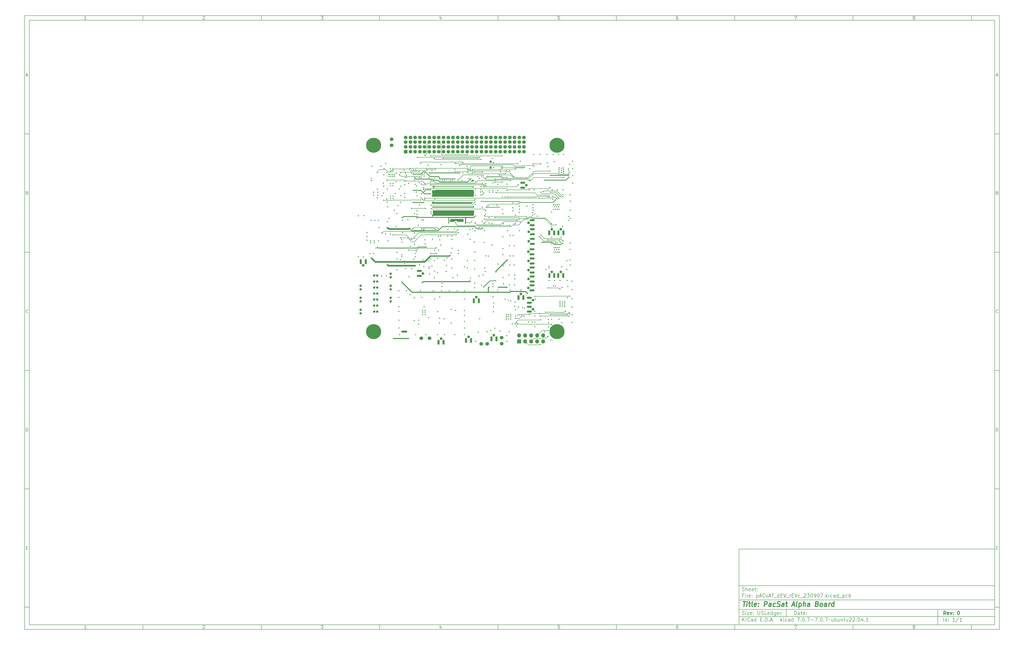
<source format=gbr>
%TF.GenerationSoftware,KiCad,Pcbnew,7.0.7-7.0.7~ubuntu22.04.1*%
%TF.CreationDate,2023-09-09T16:16:34-05:00*%
%TF.ProjectId,pACsAT_dEV_rEVc_230907,70414373-4154-45f6-9445-565f72455663,0*%
%TF.SameCoordinates,Original*%
%TF.FileFunction,Copper,L3,Inr*%
%TF.FilePolarity,Positive*%
%FSLAX46Y46*%
G04 Gerber Fmt 4.6, Leading zero omitted, Abs format (unit mm)*
G04 Created by KiCad (PCBNEW 7.0.7-7.0.7~ubuntu22.04.1) date 2023-09-09 16:16:34*
%MOMM*%
%LPD*%
G01*
G04 APERTURE LIST*
G04 Aperture macros list*
%AMRoundRect*
0 Rectangle with rounded corners*
0 $1 Rounding radius*
0 $2 $3 $4 $5 $6 $7 $8 $9 X,Y pos of 4 corners*
0 Add a 4 corners polygon primitive as box body*
4,1,4,$2,$3,$4,$5,$6,$7,$8,$9,$2,$3,0*
0 Add four circle primitives for the rounded corners*
1,1,$1+$1,$2,$3*
1,1,$1+$1,$4,$5*
1,1,$1+$1,$6,$7*
1,1,$1+$1,$8,$9*
0 Add four rect primitives between the rounded corners*
20,1,$1+$1,$2,$3,$4,$5,0*
20,1,$1+$1,$4,$5,$6,$7,0*
20,1,$1+$1,$6,$7,$8,$9,0*
20,1,$1+$1,$8,$9,$2,$3,0*%
G04 Aperture macros list end*
%ADD10C,0.100000*%
%ADD11C,0.150000*%
%ADD12C,0.300000*%
%ADD13C,0.400000*%
%TA.AperFunction,ComponentPad*%
%ADD14C,1.524000*%
%TD*%
%TA.AperFunction,ComponentPad*%
%ADD15C,6.350000*%
%TD*%
%TA.AperFunction,ComponentPad*%
%ADD16RoundRect,0.290840X-0.471160X-0.471160X0.471160X-0.471160X0.471160X0.471160X-0.471160X0.471160X0*%
%TD*%
%TA.AperFunction,ComponentPad*%
%ADD17C,1.016000*%
%TD*%
%TA.AperFunction,ComponentPad*%
%ADD18O,2.540000X0.889000*%
%TD*%
%TA.AperFunction,ComponentPad*%
%ADD19C,1.000000*%
%TD*%
%TA.AperFunction,ComponentPad*%
%ADD20R,1.700000X1.700000*%
%TD*%
%TA.AperFunction,ComponentPad*%
%ADD21O,1.700000X1.700000*%
%TD*%
%TA.AperFunction,ComponentPad*%
%ADD22RoundRect,0.254000X0.254000X-0.254000X0.254000X0.254000X-0.254000X0.254000X-0.254000X-0.254000X0*%
%TD*%
%TA.AperFunction,ComponentPad*%
%ADD23RoundRect,0.200000X0.200000X-0.800000X0.200000X0.800000X-0.200000X0.800000X-0.200000X-0.800000X0*%
%TD*%
%TA.AperFunction,ComponentPad*%
%ADD24RoundRect,0.254000X0.254000X0.254000X-0.254000X0.254000X-0.254000X-0.254000X0.254000X-0.254000X0*%
%TD*%
%TA.AperFunction,ComponentPad*%
%ADD25RoundRect,0.200000X0.800000X0.200000X-0.800000X0.200000X-0.800000X-0.200000X0.800000X-0.200000X0*%
%TD*%
%TA.AperFunction,ComponentPad*%
%ADD26RoundRect,0.254000X-0.254000X0.254000X-0.254000X-0.254000X0.254000X-0.254000X0.254000X0.254000X0*%
%TD*%
%TA.AperFunction,ComponentPad*%
%ADD27RoundRect,0.200000X-0.200000X0.800000X-0.200000X-0.800000X0.200000X-0.800000X0.200000X0.800000X0*%
%TD*%
%TA.AperFunction,ComponentPad*%
%ADD28RoundRect,0.254000X-0.254000X-0.254000X0.254000X-0.254000X0.254000X0.254000X-0.254000X0.254000X0*%
%TD*%
%TA.AperFunction,ComponentPad*%
%ADD29RoundRect,0.200000X-0.800000X-0.200000X0.800000X-0.200000X0.800000X0.200000X-0.800000X0.200000X0*%
%TD*%
%TA.AperFunction,ViaPad*%
%ADD30C,0.508000*%
%TD*%
%TA.AperFunction,Conductor*%
%ADD31C,0.330200*%
%TD*%
%TA.AperFunction,Conductor*%
%ADD32C,0.381000*%
%TD*%
%TA.AperFunction,Conductor*%
%ADD33C,0.152400*%
%TD*%
%TA.AperFunction,Conductor*%
%ADD34C,0.304800*%
%TD*%
%TA.AperFunction,Conductor*%
%ADD35C,0.127000*%
%TD*%
%TA.AperFunction,Conductor*%
%ADD36C,0.635000*%
%TD*%
%TA.AperFunction,Conductor*%
%ADD37C,0.508000*%
%TD*%
%TA.AperFunction,Conductor*%
%ADD38C,0.203200*%
%TD*%
%TA.AperFunction,Conductor*%
%ADD39C,0.254000*%
%TD*%
G04 APERTURE END LIST*
D10*
D11*
X311800000Y-235400000D02*
X419800000Y-235400000D01*
X419800000Y-267400000D01*
X311800000Y-267400000D01*
X311800000Y-235400000D01*
D10*
D11*
X10000000Y-10000000D02*
X421800000Y-10000000D01*
X421800000Y-269400000D01*
X10000000Y-269400000D01*
X10000000Y-10000000D01*
D10*
D11*
X12000000Y-12000000D02*
X419800000Y-12000000D01*
X419800000Y-267400000D01*
X12000000Y-267400000D01*
X12000000Y-12000000D01*
D10*
D11*
X60000000Y-12000000D02*
X60000000Y-10000000D01*
D10*
D11*
X110000000Y-12000000D02*
X110000000Y-10000000D01*
D10*
D11*
X160000000Y-12000000D02*
X160000000Y-10000000D01*
D10*
D11*
X210000000Y-12000000D02*
X210000000Y-10000000D01*
D10*
D11*
X260000000Y-12000000D02*
X260000000Y-10000000D01*
D10*
D11*
X310000000Y-12000000D02*
X310000000Y-10000000D01*
D10*
D11*
X360000000Y-12000000D02*
X360000000Y-10000000D01*
D10*
D11*
X410000000Y-12000000D02*
X410000000Y-10000000D01*
D10*
D11*
X36089160Y-11593604D02*
X35346303Y-11593604D01*
X35717731Y-11593604D02*
X35717731Y-10293604D01*
X35717731Y-10293604D02*
X35593922Y-10479319D01*
X35593922Y-10479319D02*
X35470112Y-10603128D01*
X35470112Y-10603128D02*
X35346303Y-10665033D01*
D10*
D11*
X85346303Y-10417414D02*
X85408207Y-10355509D01*
X85408207Y-10355509D02*
X85532017Y-10293604D01*
X85532017Y-10293604D02*
X85841541Y-10293604D01*
X85841541Y-10293604D02*
X85965350Y-10355509D01*
X85965350Y-10355509D02*
X86027255Y-10417414D01*
X86027255Y-10417414D02*
X86089160Y-10541223D01*
X86089160Y-10541223D02*
X86089160Y-10665033D01*
X86089160Y-10665033D02*
X86027255Y-10850747D01*
X86027255Y-10850747D02*
X85284398Y-11593604D01*
X85284398Y-11593604D02*
X86089160Y-11593604D01*
D10*
D11*
X135284398Y-10293604D02*
X136089160Y-10293604D01*
X136089160Y-10293604D02*
X135655826Y-10788842D01*
X135655826Y-10788842D02*
X135841541Y-10788842D01*
X135841541Y-10788842D02*
X135965350Y-10850747D01*
X135965350Y-10850747D02*
X136027255Y-10912652D01*
X136027255Y-10912652D02*
X136089160Y-11036461D01*
X136089160Y-11036461D02*
X136089160Y-11345985D01*
X136089160Y-11345985D02*
X136027255Y-11469795D01*
X136027255Y-11469795D02*
X135965350Y-11531700D01*
X135965350Y-11531700D02*
X135841541Y-11593604D01*
X135841541Y-11593604D02*
X135470112Y-11593604D01*
X135470112Y-11593604D02*
X135346303Y-11531700D01*
X135346303Y-11531700D02*
X135284398Y-11469795D01*
D10*
D11*
X185965350Y-10726938D02*
X185965350Y-11593604D01*
X185655826Y-10231700D02*
X185346303Y-11160271D01*
X185346303Y-11160271D02*
X186151064Y-11160271D01*
D10*
D11*
X236027255Y-10293604D02*
X235408207Y-10293604D01*
X235408207Y-10293604D02*
X235346303Y-10912652D01*
X235346303Y-10912652D02*
X235408207Y-10850747D01*
X235408207Y-10850747D02*
X235532017Y-10788842D01*
X235532017Y-10788842D02*
X235841541Y-10788842D01*
X235841541Y-10788842D02*
X235965350Y-10850747D01*
X235965350Y-10850747D02*
X236027255Y-10912652D01*
X236027255Y-10912652D02*
X236089160Y-11036461D01*
X236089160Y-11036461D02*
X236089160Y-11345985D01*
X236089160Y-11345985D02*
X236027255Y-11469795D01*
X236027255Y-11469795D02*
X235965350Y-11531700D01*
X235965350Y-11531700D02*
X235841541Y-11593604D01*
X235841541Y-11593604D02*
X235532017Y-11593604D01*
X235532017Y-11593604D02*
X235408207Y-11531700D01*
X235408207Y-11531700D02*
X235346303Y-11469795D01*
D10*
D11*
X285965350Y-10293604D02*
X285717731Y-10293604D01*
X285717731Y-10293604D02*
X285593922Y-10355509D01*
X285593922Y-10355509D02*
X285532017Y-10417414D01*
X285532017Y-10417414D02*
X285408207Y-10603128D01*
X285408207Y-10603128D02*
X285346303Y-10850747D01*
X285346303Y-10850747D02*
X285346303Y-11345985D01*
X285346303Y-11345985D02*
X285408207Y-11469795D01*
X285408207Y-11469795D02*
X285470112Y-11531700D01*
X285470112Y-11531700D02*
X285593922Y-11593604D01*
X285593922Y-11593604D02*
X285841541Y-11593604D01*
X285841541Y-11593604D02*
X285965350Y-11531700D01*
X285965350Y-11531700D02*
X286027255Y-11469795D01*
X286027255Y-11469795D02*
X286089160Y-11345985D01*
X286089160Y-11345985D02*
X286089160Y-11036461D01*
X286089160Y-11036461D02*
X286027255Y-10912652D01*
X286027255Y-10912652D02*
X285965350Y-10850747D01*
X285965350Y-10850747D02*
X285841541Y-10788842D01*
X285841541Y-10788842D02*
X285593922Y-10788842D01*
X285593922Y-10788842D02*
X285470112Y-10850747D01*
X285470112Y-10850747D02*
X285408207Y-10912652D01*
X285408207Y-10912652D02*
X285346303Y-11036461D01*
D10*
D11*
X335284398Y-10293604D02*
X336151064Y-10293604D01*
X336151064Y-10293604D02*
X335593922Y-11593604D01*
D10*
D11*
X385593922Y-10850747D02*
X385470112Y-10788842D01*
X385470112Y-10788842D02*
X385408207Y-10726938D01*
X385408207Y-10726938D02*
X385346303Y-10603128D01*
X385346303Y-10603128D02*
X385346303Y-10541223D01*
X385346303Y-10541223D02*
X385408207Y-10417414D01*
X385408207Y-10417414D02*
X385470112Y-10355509D01*
X385470112Y-10355509D02*
X385593922Y-10293604D01*
X385593922Y-10293604D02*
X385841541Y-10293604D01*
X385841541Y-10293604D02*
X385965350Y-10355509D01*
X385965350Y-10355509D02*
X386027255Y-10417414D01*
X386027255Y-10417414D02*
X386089160Y-10541223D01*
X386089160Y-10541223D02*
X386089160Y-10603128D01*
X386089160Y-10603128D02*
X386027255Y-10726938D01*
X386027255Y-10726938D02*
X385965350Y-10788842D01*
X385965350Y-10788842D02*
X385841541Y-10850747D01*
X385841541Y-10850747D02*
X385593922Y-10850747D01*
X385593922Y-10850747D02*
X385470112Y-10912652D01*
X385470112Y-10912652D02*
X385408207Y-10974557D01*
X385408207Y-10974557D02*
X385346303Y-11098366D01*
X385346303Y-11098366D02*
X385346303Y-11345985D01*
X385346303Y-11345985D02*
X385408207Y-11469795D01*
X385408207Y-11469795D02*
X385470112Y-11531700D01*
X385470112Y-11531700D02*
X385593922Y-11593604D01*
X385593922Y-11593604D02*
X385841541Y-11593604D01*
X385841541Y-11593604D02*
X385965350Y-11531700D01*
X385965350Y-11531700D02*
X386027255Y-11469795D01*
X386027255Y-11469795D02*
X386089160Y-11345985D01*
X386089160Y-11345985D02*
X386089160Y-11098366D01*
X386089160Y-11098366D02*
X386027255Y-10974557D01*
X386027255Y-10974557D02*
X385965350Y-10912652D01*
X385965350Y-10912652D02*
X385841541Y-10850747D01*
D10*
D11*
X60000000Y-267400000D02*
X60000000Y-269400000D01*
D10*
D11*
X110000000Y-267400000D02*
X110000000Y-269400000D01*
D10*
D11*
X160000000Y-267400000D02*
X160000000Y-269400000D01*
D10*
D11*
X210000000Y-267400000D02*
X210000000Y-269400000D01*
D10*
D11*
X260000000Y-267400000D02*
X260000000Y-269400000D01*
D10*
D11*
X310000000Y-267400000D02*
X310000000Y-269400000D01*
D10*
D11*
X360000000Y-267400000D02*
X360000000Y-269400000D01*
D10*
D11*
X410000000Y-267400000D02*
X410000000Y-269400000D01*
D10*
D11*
X36089160Y-268993604D02*
X35346303Y-268993604D01*
X35717731Y-268993604D02*
X35717731Y-267693604D01*
X35717731Y-267693604D02*
X35593922Y-267879319D01*
X35593922Y-267879319D02*
X35470112Y-268003128D01*
X35470112Y-268003128D02*
X35346303Y-268065033D01*
D10*
D11*
X85346303Y-267817414D02*
X85408207Y-267755509D01*
X85408207Y-267755509D02*
X85532017Y-267693604D01*
X85532017Y-267693604D02*
X85841541Y-267693604D01*
X85841541Y-267693604D02*
X85965350Y-267755509D01*
X85965350Y-267755509D02*
X86027255Y-267817414D01*
X86027255Y-267817414D02*
X86089160Y-267941223D01*
X86089160Y-267941223D02*
X86089160Y-268065033D01*
X86089160Y-268065033D02*
X86027255Y-268250747D01*
X86027255Y-268250747D02*
X85284398Y-268993604D01*
X85284398Y-268993604D02*
X86089160Y-268993604D01*
D10*
D11*
X135284398Y-267693604D02*
X136089160Y-267693604D01*
X136089160Y-267693604D02*
X135655826Y-268188842D01*
X135655826Y-268188842D02*
X135841541Y-268188842D01*
X135841541Y-268188842D02*
X135965350Y-268250747D01*
X135965350Y-268250747D02*
X136027255Y-268312652D01*
X136027255Y-268312652D02*
X136089160Y-268436461D01*
X136089160Y-268436461D02*
X136089160Y-268745985D01*
X136089160Y-268745985D02*
X136027255Y-268869795D01*
X136027255Y-268869795D02*
X135965350Y-268931700D01*
X135965350Y-268931700D02*
X135841541Y-268993604D01*
X135841541Y-268993604D02*
X135470112Y-268993604D01*
X135470112Y-268993604D02*
X135346303Y-268931700D01*
X135346303Y-268931700D02*
X135284398Y-268869795D01*
D10*
D11*
X185965350Y-268126938D02*
X185965350Y-268993604D01*
X185655826Y-267631700D02*
X185346303Y-268560271D01*
X185346303Y-268560271D02*
X186151064Y-268560271D01*
D10*
D11*
X236027255Y-267693604D02*
X235408207Y-267693604D01*
X235408207Y-267693604D02*
X235346303Y-268312652D01*
X235346303Y-268312652D02*
X235408207Y-268250747D01*
X235408207Y-268250747D02*
X235532017Y-268188842D01*
X235532017Y-268188842D02*
X235841541Y-268188842D01*
X235841541Y-268188842D02*
X235965350Y-268250747D01*
X235965350Y-268250747D02*
X236027255Y-268312652D01*
X236027255Y-268312652D02*
X236089160Y-268436461D01*
X236089160Y-268436461D02*
X236089160Y-268745985D01*
X236089160Y-268745985D02*
X236027255Y-268869795D01*
X236027255Y-268869795D02*
X235965350Y-268931700D01*
X235965350Y-268931700D02*
X235841541Y-268993604D01*
X235841541Y-268993604D02*
X235532017Y-268993604D01*
X235532017Y-268993604D02*
X235408207Y-268931700D01*
X235408207Y-268931700D02*
X235346303Y-268869795D01*
D10*
D11*
X285965350Y-267693604D02*
X285717731Y-267693604D01*
X285717731Y-267693604D02*
X285593922Y-267755509D01*
X285593922Y-267755509D02*
X285532017Y-267817414D01*
X285532017Y-267817414D02*
X285408207Y-268003128D01*
X285408207Y-268003128D02*
X285346303Y-268250747D01*
X285346303Y-268250747D02*
X285346303Y-268745985D01*
X285346303Y-268745985D02*
X285408207Y-268869795D01*
X285408207Y-268869795D02*
X285470112Y-268931700D01*
X285470112Y-268931700D02*
X285593922Y-268993604D01*
X285593922Y-268993604D02*
X285841541Y-268993604D01*
X285841541Y-268993604D02*
X285965350Y-268931700D01*
X285965350Y-268931700D02*
X286027255Y-268869795D01*
X286027255Y-268869795D02*
X286089160Y-268745985D01*
X286089160Y-268745985D02*
X286089160Y-268436461D01*
X286089160Y-268436461D02*
X286027255Y-268312652D01*
X286027255Y-268312652D02*
X285965350Y-268250747D01*
X285965350Y-268250747D02*
X285841541Y-268188842D01*
X285841541Y-268188842D02*
X285593922Y-268188842D01*
X285593922Y-268188842D02*
X285470112Y-268250747D01*
X285470112Y-268250747D02*
X285408207Y-268312652D01*
X285408207Y-268312652D02*
X285346303Y-268436461D01*
D10*
D11*
X335284398Y-267693604D02*
X336151064Y-267693604D01*
X336151064Y-267693604D02*
X335593922Y-268993604D01*
D10*
D11*
X385593922Y-268250747D02*
X385470112Y-268188842D01*
X385470112Y-268188842D02*
X385408207Y-268126938D01*
X385408207Y-268126938D02*
X385346303Y-268003128D01*
X385346303Y-268003128D02*
X385346303Y-267941223D01*
X385346303Y-267941223D02*
X385408207Y-267817414D01*
X385408207Y-267817414D02*
X385470112Y-267755509D01*
X385470112Y-267755509D02*
X385593922Y-267693604D01*
X385593922Y-267693604D02*
X385841541Y-267693604D01*
X385841541Y-267693604D02*
X385965350Y-267755509D01*
X385965350Y-267755509D02*
X386027255Y-267817414D01*
X386027255Y-267817414D02*
X386089160Y-267941223D01*
X386089160Y-267941223D02*
X386089160Y-268003128D01*
X386089160Y-268003128D02*
X386027255Y-268126938D01*
X386027255Y-268126938D02*
X385965350Y-268188842D01*
X385965350Y-268188842D02*
X385841541Y-268250747D01*
X385841541Y-268250747D02*
X385593922Y-268250747D01*
X385593922Y-268250747D02*
X385470112Y-268312652D01*
X385470112Y-268312652D02*
X385408207Y-268374557D01*
X385408207Y-268374557D02*
X385346303Y-268498366D01*
X385346303Y-268498366D02*
X385346303Y-268745985D01*
X385346303Y-268745985D02*
X385408207Y-268869795D01*
X385408207Y-268869795D02*
X385470112Y-268931700D01*
X385470112Y-268931700D02*
X385593922Y-268993604D01*
X385593922Y-268993604D02*
X385841541Y-268993604D01*
X385841541Y-268993604D02*
X385965350Y-268931700D01*
X385965350Y-268931700D02*
X386027255Y-268869795D01*
X386027255Y-268869795D02*
X386089160Y-268745985D01*
X386089160Y-268745985D02*
X386089160Y-268498366D01*
X386089160Y-268498366D02*
X386027255Y-268374557D01*
X386027255Y-268374557D02*
X385965350Y-268312652D01*
X385965350Y-268312652D02*
X385841541Y-268250747D01*
D10*
D11*
X10000000Y-60000000D02*
X12000000Y-60000000D01*
D10*
D11*
X10000000Y-110000000D02*
X12000000Y-110000000D01*
D10*
D11*
X10000000Y-160000000D02*
X12000000Y-160000000D01*
D10*
D11*
X10000000Y-210000000D02*
X12000000Y-210000000D01*
D10*
D11*
X10000000Y-260000000D02*
X12000000Y-260000000D01*
D10*
D11*
X10690476Y-35222176D02*
X11309523Y-35222176D01*
X10566666Y-35593604D02*
X10999999Y-34293604D01*
X10999999Y-34293604D02*
X11433333Y-35593604D01*
D10*
D11*
X11092857Y-84912652D02*
X11278571Y-84974557D01*
X11278571Y-84974557D02*
X11340476Y-85036461D01*
X11340476Y-85036461D02*
X11402380Y-85160271D01*
X11402380Y-85160271D02*
X11402380Y-85345985D01*
X11402380Y-85345985D02*
X11340476Y-85469795D01*
X11340476Y-85469795D02*
X11278571Y-85531700D01*
X11278571Y-85531700D02*
X11154761Y-85593604D01*
X11154761Y-85593604D02*
X10659523Y-85593604D01*
X10659523Y-85593604D02*
X10659523Y-84293604D01*
X10659523Y-84293604D02*
X11092857Y-84293604D01*
X11092857Y-84293604D02*
X11216666Y-84355509D01*
X11216666Y-84355509D02*
X11278571Y-84417414D01*
X11278571Y-84417414D02*
X11340476Y-84541223D01*
X11340476Y-84541223D02*
X11340476Y-84665033D01*
X11340476Y-84665033D02*
X11278571Y-84788842D01*
X11278571Y-84788842D02*
X11216666Y-84850747D01*
X11216666Y-84850747D02*
X11092857Y-84912652D01*
X11092857Y-84912652D02*
X10659523Y-84912652D01*
D10*
D11*
X11402380Y-135469795D02*
X11340476Y-135531700D01*
X11340476Y-135531700D02*
X11154761Y-135593604D01*
X11154761Y-135593604D02*
X11030952Y-135593604D01*
X11030952Y-135593604D02*
X10845238Y-135531700D01*
X10845238Y-135531700D02*
X10721428Y-135407890D01*
X10721428Y-135407890D02*
X10659523Y-135284080D01*
X10659523Y-135284080D02*
X10597619Y-135036461D01*
X10597619Y-135036461D02*
X10597619Y-134850747D01*
X10597619Y-134850747D02*
X10659523Y-134603128D01*
X10659523Y-134603128D02*
X10721428Y-134479319D01*
X10721428Y-134479319D02*
X10845238Y-134355509D01*
X10845238Y-134355509D02*
X11030952Y-134293604D01*
X11030952Y-134293604D02*
X11154761Y-134293604D01*
X11154761Y-134293604D02*
X11340476Y-134355509D01*
X11340476Y-134355509D02*
X11402380Y-134417414D01*
D10*
D11*
X10659523Y-185593604D02*
X10659523Y-184293604D01*
X10659523Y-184293604D02*
X10969047Y-184293604D01*
X10969047Y-184293604D02*
X11154761Y-184355509D01*
X11154761Y-184355509D02*
X11278571Y-184479319D01*
X11278571Y-184479319D02*
X11340476Y-184603128D01*
X11340476Y-184603128D02*
X11402380Y-184850747D01*
X11402380Y-184850747D02*
X11402380Y-185036461D01*
X11402380Y-185036461D02*
X11340476Y-185284080D01*
X11340476Y-185284080D02*
X11278571Y-185407890D01*
X11278571Y-185407890D02*
X11154761Y-185531700D01*
X11154761Y-185531700D02*
X10969047Y-185593604D01*
X10969047Y-185593604D02*
X10659523Y-185593604D01*
D10*
D11*
X10721428Y-234912652D02*
X11154762Y-234912652D01*
X11340476Y-235593604D02*
X10721428Y-235593604D01*
X10721428Y-235593604D02*
X10721428Y-234293604D01*
X10721428Y-234293604D02*
X11340476Y-234293604D01*
D10*
D11*
X421800000Y-60000000D02*
X419800000Y-60000000D01*
D10*
D11*
X421800000Y-110000000D02*
X419800000Y-110000000D01*
D10*
D11*
X421800000Y-160000000D02*
X419800000Y-160000000D01*
D10*
D11*
X421800000Y-210000000D02*
X419800000Y-210000000D01*
D10*
D11*
X421800000Y-260000000D02*
X419800000Y-260000000D01*
D10*
D11*
X420490476Y-35222176D02*
X421109523Y-35222176D01*
X420366666Y-35593604D02*
X420799999Y-34293604D01*
X420799999Y-34293604D02*
X421233333Y-35593604D01*
D10*
D11*
X420892857Y-84912652D02*
X421078571Y-84974557D01*
X421078571Y-84974557D02*
X421140476Y-85036461D01*
X421140476Y-85036461D02*
X421202380Y-85160271D01*
X421202380Y-85160271D02*
X421202380Y-85345985D01*
X421202380Y-85345985D02*
X421140476Y-85469795D01*
X421140476Y-85469795D02*
X421078571Y-85531700D01*
X421078571Y-85531700D02*
X420954761Y-85593604D01*
X420954761Y-85593604D02*
X420459523Y-85593604D01*
X420459523Y-85593604D02*
X420459523Y-84293604D01*
X420459523Y-84293604D02*
X420892857Y-84293604D01*
X420892857Y-84293604D02*
X421016666Y-84355509D01*
X421016666Y-84355509D02*
X421078571Y-84417414D01*
X421078571Y-84417414D02*
X421140476Y-84541223D01*
X421140476Y-84541223D02*
X421140476Y-84665033D01*
X421140476Y-84665033D02*
X421078571Y-84788842D01*
X421078571Y-84788842D02*
X421016666Y-84850747D01*
X421016666Y-84850747D02*
X420892857Y-84912652D01*
X420892857Y-84912652D02*
X420459523Y-84912652D01*
D10*
D11*
X421202380Y-135469795D02*
X421140476Y-135531700D01*
X421140476Y-135531700D02*
X420954761Y-135593604D01*
X420954761Y-135593604D02*
X420830952Y-135593604D01*
X420830952Y-135593604D02*
X420645238Y-135531700D01*
X420645238Y-135531700D02*
X420521428Y-135407890D01*
X420521428Y-135407890D02*
X420459523Y-135284080D01*
X420459523Y-135284080D02*
X420397619Y-135036461D01*
X420397619Y-135036461D02*
X420397619Y-134850747D01*
X420397619Y-134850747D02*
X420459523Y-134603128D01*
X420459523Y-134603128D02*
X420521428Y-134479319D01*
X420521428Y-134479319D02*
X420645238Y-134355509D01*
X420645238Y-134355509D02*
X420830952Y-134293604D01*
X420830952Y-134293604D02*
X420954761Y-134293604D01*
X420954761Y-134293604D02*
X421140476Y-134355509D01*
X421140476Y-134355509D02*
X421202380Y-134417414D01*
D10*
D11*
X420459523Y-185593604D02*
X420459523Y-184293604D01*
X420459523Y-184293604D02*
X420769047Y-184293604D01*
X420769047Y-184293604D02*
X420954761Y-184355509D01*
X420954761Y-184355509D02*
X421078571Y-184479319D01*
X421078571Y-184479319D02*
X421140476Y-184603128D01*
X421140476Y-184603128D02*
X421202380Y-184850747D01*
X421202380Y-184850747D02*
X421202380Y-185036461D01*
X421202380Y-185036461D02*
X421140476Y-185284080D01*
X421140476Y-185284080D02*
X421078571Y-185407890D01*
X421078571Y-185407890D02*
X420954761Y-185531700D01*
X420954761Y-185531700D02*
X420769047Y-185593604D01*
X420769047Y-185593604D02*
X420459523Y-185593604D01*
D10*
D11*
X420521428Y-234912652D02*
X420954762Y-234912652D01*
X421140476Y-235593604D02*
X420521428Y-235593604D01*
X420521428Y-235593604D02*
X420521428Y-234293604D01*
X420521428Y-234293604D02*
X421140476Y-234293604D01*
D10*
D11*
X335255826Y-263186128D02*
X335255826Y-261686128D01*
X335255826Y-261686128D02*
X335612969Y-261686128D01*
X335612969Y-261686128D02*
X335827255Y-261757557D01*
X335827255Y-261757557D02*
X335970112Y-261900414D01*
X335970112Y-261900414D02*
X336041541Y-262043271D01*
X336041541Y-262043271D02*
X336112969Y-262328985D01*
X336112969Y-262328985D02*
X336112969Y-262543271D01*
X336112969Y-262543271D02*
X336041541Y-262828985D01*
X336041541Y-262828985D02*
X335970112Y-262971842D01*
X335970112Y-262971842D02*
X335827255Y-263114700D01*
X335827255Y-263114700D02*
X335612969Y-263186128D01*
X335612969Y-263186128D02*
X335255826Y-263186128D01*
X337398684Y-263186128D02*
X337398684Y-262400414D01*
X337398684Y-262400414D02*
X337327255Y-262257557D01*
X337327255Y-262257557D02*
X337184398Y-262186128D01*
X337184398Y-262186128D02*
X336898684Y-262186128D01*
X336898684Y-262186128D02*
X336755826Y-262257557D01*
X337398684Y-263114700D02*
X337255826Y-263186128D01*
X337255826Y-263186128D02*
X336898684Y-263186128D01*
X336898684Y-263186128D02*
X336755826Y-263114700D01*
X336755826Y-263114700D02*
X336684398Y-262971842D01*
X336684398Y-262971842D02*
X336684398Y-262828985D01*
X336684398Y-262828985D02*
X336755826Y-262686128D01*
X336755826Y-262686128D02*
X336898684Y-262614700D01*
X336898684Y-262614700D02*
X337255826Y-262614700D01*
X337255826Y-262614700D02*
X337398684Y-262543271D01*
X337898684Y-262186128D02*
X338470112Y-262186128D01*
X338112969Y-261686128D02*
X338112969Y-262971842D01*
X338112969Y-262971842D02*
X338184398Y-263114700D01*
X338184398Y-263114700D02*
X338327255Y-263186128D01*
X338327255Y-263186128D02*
X338470112Y-263186128D01*
X339541541Y-263114700D02*
X339398684Y-263186128D01*
X339398684Y-263186128D02*
X339112970Y-263186128D01*
X339112970Y-263186128D02*
X338970112Y-263114700D01*
X338970112Y-263114700D02*
X338898684Y-262971842D01*
X338898684Y-262971842D02*
X338898684Y-262400414D01*
X338898684Y-262400414D02*
X338970112Y-262257557D01*
X338970112Y-262257557D02*
X339112970Y-262186128D01*
X339112970Y-262186128D02*
X339398684Y-262186128D01*
X339398684Y-262186128D02*
X339541541Y-262257557D01*
X339541541Y-262257557D02*
X339612970Y-262400414D01*
X339612970Y-262400414D02*
X339612970Y-262543271D01*
X339612970Y-262543271D02*
X338898684Y-262686128D01*
X340255826Y-263043271D02*
X340327255Y-263114700D01*
X340327255Y-263114700D02*
X340255826Y-263186128D01*
X340255826Y-263186128D02*
X340184398Y-263114700D01*
X340184398Y-263114700D02*
X340255826Y-263043271D01*
X340255826Y-263043271D02*
X340255826Y-263186128D01*
X340255826Y-262257557D02*
X340327255Y-262328985D01*
X340327255Y-262328985D02*
X340255826Y-262400414D01*
X340255826Y-262400414D02*
X340184398Y-262328985D01*
X340184398Y-262328985D02*
X340255826Y-262257557D01*
X340255826Y-262257557D02*
X340255826Y-262400414D01*
D10*
D11*
X311800000Y-263900000D02*
X419800000Y-263900000D01*
D10*
D11*
X313255826Y-265986128D02*
X313255826Y-264486128D01*
X314112969Y-265986128D02*
X313470112Y-265128985D01*
X314112969Y-264486128D02*
X313255826Y-265343271D01*
X314755826Y-265986128D02*
X314755826Y-264986128D01*
X314755826Y-264486128D02*
X314684398Y-264557557D01*
X314684398Y-264557557D02*
X314755826Y-264628985D01*
X314755826Y-264628985D02*
X314827255Y-264557557D01*
X314827255Y-264557557D02*
X314755826Y-264486128D01*
X314755826Y-264486128D02*
X314755826Y-264628985D01*
X316327255Y-265843271D02*
X316255827Y-265914700D01*
X316255827Y-265914700D02*
X316041541Y-265986128D01*
X316041541Y-265986128D02*
X315898684Y-265986128D01*
X315898684Y-265986128D02*
X315684398Y-265914700D01*
X315684398Y-265914700D02*
X315541541Y-265771842D01*
X315541541Y-265771842D02*
X315470112Y-265628985D01*
X315470112Y-265628985D02*
X315398684Y-265343271D01*
X315398684Y-265343271D02*
X315398684Y-265128985D01*
X315398684Y-265128985D02*
X315470112Y-264843271D01*
X315470112Y-264843271D02*
X315541541Y-264700414D01*
X315541541Y-264700414D02*
X315684398Y-264557557D01*
X315684398Y-264557557D02*
X315898684Y-264486128D01*
X315898684Y-264486128D02*
X316041541Y-264486128D01*
X316041541Y-264486128D02*
X316255827Y-264557557D01*
X316255827Y-264557557D02*
X316327255Y-264628985D01*
X317612970Y-265986128D02*
X317612970Y-265200414D01*
X317612970Y-265200414D02*
X317541541Y-265057557D01*
X317541541Y-265057557D02*
X317398684Y-264986128D01*
X317398684Y-264986128D02*
X317112970Y-264986128D01*
X317112970Y-264986128D02*
X316970112Y-265057557D01*
X317612970Y-265914700D02*
X317470112Y-265986128D01*
X317470112Y-265986128D02*
X317112970Y-265986128D01*
X317112970Y-265986128D02*
X316970112Y-265914700D01*
X316970112Y-265914700D02*
X316898684Y-265771842D01*
X316898684Y-265771842D02*
X316898684Y-265628985D01*
X316898684Y-265628985D02*
X316970112Y-265486128D01*
X316970112Y-265486128D02*
X317112970Y-265414700D01*
X317112970Y-265414700D02*
X317470112Y-265414700D01*
X317470112Y-265414700D02*
X317612970Y-265343271D01*
X318970113Y-265986128D02*
X318970113Y-264486128D01*
X318970113Y-265914700D02*
X318827255Y-265986128D01*
X318827255Y-265986128D02*
X318541541Y-265986128D01*
X318541541Y-265986128D02*
X318398684Y-265914700D01*
X318398684Y-265914700D02*
X318327255Y-265843271D01*
X318327255Y-265843271D02*
X318255827Y-265700414D01*
X318255827Y-265700414D02*
X318255827Y-265271842D01*
X318255827Y-265271842D02*
X318327255Y-265128985D01*
X318327255Y-265128985D02*
X318398684Y-265057557D01*
X318398684Y-265057557D02*
X318541541Y-264986128D01*
X318541541Y-264986128D02*
X318827255Y-264986128D01*
X318827255Y-264986128D02*
X318970113Y-265057557D01*
X320827255Y-265200414D02*
X321327255Y-265200414D01*
X321541541Y-265986128D02*
X320827255Y-265986128D01*
X320827255Y-265986128D02*
X320827255Y-264486128D01*
X320827255Y-264486128D02*
X321541541Y-264486128D01*
X322184398Y-265843271D02*
X322255827Y-265914700D01*
X322255827Y-265914700D02*
X322184398Y-265986128D01*
X322184398Y-265986128D02*
X322112970Y-265914700D01*
X322112970Y-265914700D02*
X322184398Y-265843271D01*
X322184398Y-265843271D02*
X322184398Y-265986128D01*
X322898684Y-265986128D02*
X322898684Y-264486128D01*
X322898684Y-264486128D02*
X323255827Y-264486128D01*
X323255827Y-264486128D02*
X323470113Y-264557557D01*
X323470113Y-264557557D02*
X323612970Y-264700414D01*
X323612970Y-264700414D02*
X323684399Y-264843271D01*
X323684399Y-264843271D02*
X323755827Y-265128985D01*
X323755827Y-265128985D02*
X323755827Y-265343271D01*
X323755827Y-265343271D02*
X323684399Y-265628985D01*
X323684399Y-265628985D02*
X323612970Y-265771842D01*
X323612970Y-265771842D02*
X323470113Y-265914700D01*
X323470113Y-265914700D02*
X323255827Y-265986128D01*
X323255827Y-265986128D02*
X322898684Y-265986128D01*
X324398684Y-265843271D02*
X324470113Y-265914700D01*
X324470113Y-265914700D02*
X324398684Y-265986128D01*
X324398684Y-265986128D02*
X324327256Y-265914700D01*
X324327256Y-265914700D02*
X324398684Y-265843271D01*
X324398684Y-265843271D02*
X324398684Y-265986128D01*
X325041542Y-265557557D02*
X325755828Y-265557557D01*
X324898685Y-265986128D02*
X325398685Y-264486128D01*
X325398685Y-264486128D02*
X325898685Y-265986128D01*
X326398684Y-265843271D02*
X326470113Y-265914700D01*
X326470113Y-265914700D02*
X326398684Y-265986128D01*
X326398684Y-265986128D02*
X326327256Y-265914700D01*
X326327256Y-265914700D02*
X326398684Y-265843271D01*
X326398684Y-265843271D02*
X326398684Y-265986128D01*
X329398684Y-265986128D02*
X329398684Y-264486128D01*
X329541542Y-265414700D02*
X329970113Y-265986128D01*
X329970113Y-264986128D02*
X329398684Y-265557557D01*
X330612970Y-265986128D02*
X330612970Y-264986128D01*
X330612970Y-264486128D02*
X330541542Y-264557557D01*
X330541542Y-264557557D02*
X330612970Y-264628985D01*
X330612970Y-264628985D02*
X330684399Y-264557557D01*
X330684399Y-264557557D02*
X330612970Y-264486128D01*
X330612970Y-264486128D02*
X330612970Y-264628985D01*
X331970114Y-265914700D02*
X331827256Y-265986128D01*
X331827256Y-265986128D02*
X331541542Y-265986128D01*
X331541542Y-265986128D02*
X331398685Y-265914700D01*
X331398685Y-265914700D02*
X331327256Y-265843271D01*
X331327256Y-265843271D02*
X331255828Y-265700414D01*
X331255828Y-265700414D02*
X331255828Y-265271842D01*
X331255828Y-265271842D02*
X331327256Y-265128985D01*
X331327256Y-265128985D02*
X331398685Y-265057557D01*
X331398685Y-265057557D02*
X331541542Y-264986128D01*
X331541542Y-264986128D02*
X331827256Y-264986128D01*
X331827256Y-264986128D02*
X331970114Y-265057557D01*
X333255828Y-265986128D02*
X333255828Y-265200414D01*
X333255828Y-265200414D02*
X333184399Y-265057557D01*
X333184399Y-265057557D02*
X333041542Y-264986128D01*
X333041542Y-264986128D02*
X332755828Y-264986128D01*
X332755828Y-264986128D02*
X332612970Y-265057557D01*
X333255828Y-265914700D02*
X333112970Y-265986128D01*
X333112970Y-265986128D02*
X332755828Y-265986128D01*
X332755828Y-265986128D02*
X332612970Y-265914700D01*
X332612970Y-265914700D02*
X332541542Y-265771842D01*
X332541542Y-265771842D02*
X332541542Y-265628985D01*
X332541542Y-265628985D02*
X332612970Y-265486128D01*
X332612970Y-265486128D02*
X332755828Y-265414700D01*
X332755828Y-265414700D02*
X333112970Y-265414700D01*
X333112970Y-265414700D02*
X333255828Y-265343271D01*
X334612971Y-265986128D02*
X334612971Y-264486128D01*
X334612971Y-265914700D02*
X334470113Y-265986128D01*
X334470113Y-265986128D02*
X334184399Y-265986128D01*
X334184399Y-265986128D02*
X334041542Y-265914700D01*
X334041542Y-265914700D02*
X333970113Y-265843271D01*
X333970113Y-265843271D02*
X333898685Y-265700414D01*
X333898685Y-265700414D02*
X333898685Y-265271842D01*
X333898685Y-265271842D02*
X333970113Y-265128985D01*
X333970113Y-265128985D02*
X334041542Y-265057557D01*
X334041542Y-265057557D02*
X334184399Y-264986128D01*
X334184399Y-264986128D02*
X334470113Y-264986128D01*
X334470113Y-264986128D02*
X334612971Y-265057557D01*
X336327256Y-264486128D02*
X337327256Y-264486128D01*
X337327256Y-264486128D02*
X336684399Y-265986128D01*
X337898684Y-265843271D02*
X337970113Y-265914700D01*
X337970113Y-265914700D02*
X337898684Y-265986128D01*
X337898684Y-265986128D02*
X337827256Y-265914700D01*
X337827256Y-265914700D02*
X337898684Y-265843271D01*
X337898684Y-265843271D02*
X337898684Y-265986128D01*
X338898685Y-264486128D02*
X339041542Y-264486128D01*
X339041542Y-264486128D02*
X339184399Y-264557557D01*
X339184399Y-264557557D02*
X339255828Y-264628985D01*
X339255828Y-264628985D02*
X339327256Y-264771842D01*
X339327256Y-264771842D02*
X339398685Y-265057557D01*
X339398685Y-265057557D02*
X339398685Y-265414700D01*
X339398685Y-265414700D02*
X339327256Y-265700414D01*
X339327256Y-265700414D02*
X339255828Y-265843271D01*
X339255828Y-265843271D02*
X339184399Y-265914700D01*
X339184399Y-265914700D02*
X339041542Y-265986128D01*
X339041542Y-265986128D02*
X338898685Y-265986128D01*
X338898685Y-265986128D02*
X338755828Y-265914700D01*
X338755828Y-265914700D02*
X338684399Y-265843271D01*
X338684399Y-265843271D02*
X338612970Y-265700414D01*
X338612970Y-265700414D02*
X338541542Y-265414700D01*
X338541542Y-265414700D02*
X338541542Y-265057557D01*
X338541542Y-265057557D02*
X338612970Y-264771842D01*
X338612970Y-264771842D02*
X338684399Y-264628985D01*
X338684399Y-264628985D02*
X338755828Y-264557557D01*
X338755828Y-264557557D02*
X338898685Y-264486128D01*
X340041541Y-265843271D02*
X340112970Y-265914700D01*
X340112970Y-265914700D02*
X340041541Y-265986128D01*
X340041541Y-265986128D02*
X339970113Y-265914700D01*
X339970113Y-265914700D02*
X340041541Y-265843271D01*
X340041541Y-265843271D02*
X340041541Y-265986128D01*
X340612970Y-264486128D02*
X341612970Y-264486128D01*
X341612970Y-264486128D02*
X340970113Y-265986128D01*
X342184398Y-265414700D02*
X343327256Y-265414700D01*
X343898684Y-264486128D02*
X344898684Y-264486128D01*
X344898684Y-264486128D02*
X344255827Y-265986128D01*
X345470112Y-265843271D02*
X345541541Y-265914700D01*
X345541541Y-265914700D02*
X345470112Y-265986128D01*
X345470112Y-265986128D02*
X345398684Y-265914700D01*
X345398684Y-265914700D02*
X345470112Y-265843271D01*
X345470112Y-265843271D02*
X345470112Y-265986128D01*
X346470113Y-264486128D02*
X346612970Y-264486128D01*
X346612970Y-264486128D02*
X346755827Y-264557557D01*
X346755827Y-264557557D02*
X346827256Y-264628985D01*
X346827256Y-264628985D02*
X346898684Y-264771842D01*
X346898684Y-264771842D02*
X346970113Y-265057557D01*
X346970113Y-265057557D02*
X346970113Y-265414700D01*
X346970113Y-265414700D02*
X346898684Y-265700414D01*
X346898684Y-265700414D02*
X346827256Y-265843271D01*
X346827256Y-265843271D02*
X346755827Y-265914700D01*
X346755827Y-265914700D02*
X346612970Y-265986128D01*
X346612970Y-265986128D02*
X346470113Y-265986128D01*
X346470113Y-265986128D02*
X346327256Y-265914700D01*
X346327256Y-265914700D02*
X346255827Y-265843271D01*
X346255827Y-265843271D02*
X346184398Y-265700414D01*
X346184398Y-265700414D02*
X346112970Y-265414700D01*
X346112970Y-265414700D02*
X346112970Y-265057557D01*
X346112970Y-265057557D02*
X346184398Y-264771842D01*
X346184398Y-264771842D02*
X346255827Y-264628985D01*
X346255827Y-264628985D02*
X346327256Y-264557557D01*
X346327256Y-264557557D02*
X346470113Y-264486128D01*
X347612969Y-265843271D02*
X347684398Y-265914700D01*
X347684398Y-265914700D02*
X347612969Y-265986128D01*
X347612969Y-265986128D02*
X347541541Y-265914700D01*
X347541541Y-265914700D02*
X347612969Y-265843271D01*
X347612969Y-265843271D02*
X347612969Y-265986128D01*
X348184398Y-264486128D02*
X349184398Y-264486128D01*
X349184398Y-264486128D02*
X348541541Y-265986128D01*
X349541541Y-265414700D02*
X349612969Y-265343271D01*
X349612969Y-265343271D02*
X349755826Y-265271842D01*
X349755826Y-265271842D02*
X350041541Y-265414700D01*
X350041541Y-265414700D02*
X350184398Y-265343271D01*
X350184398Y-265343271D02*
X350255826Y-265271842D01*
X351470113Y-264986128D02*
X351470113Y-265986128D01*
X350827255Y-264986128D02*
X350827255Y-265771842D01*
X350827255Y-265771842D02*
X350898684Y-265914700D01*
X350898684Y-265914700D02*
X351041541Y-265986128D01*
X351041541Y-265986128D02*
X351255827Y-265986128D01*
X351255827Y-265986128D02*
X351398684Y-265914700D01*
X351398684Y-265914700D02*
X351470113Y-265843271D01*
X352184398Y-265986128D02*
X352184398Y-264486128D01*
X352184398Y-265057557D02*
X352327256Y-264986128D01*
X352327256Y-264986128D02*
X352612970Y-264986128D01*
X352612970Y-264986128D02*
X352755827Y-265057557D01*
X352755827Y-265057557D02*
X352827256Y-265128985D01*
X352827256Y-265128985D02*
X352898684Y-265271842D01*
X352898684Y-265271842D02*
X352898684Y-265700414D01*
X352898684Y-265700414D02*
X352827256Y-265843271D01*
X352827256Y-265843271D02*
X352755827Y-265914700D01*
X352755827Y-265914700D02*
X352612970Y-265986128D01*
X352612970Y-265986128D02*
X352327256Y-265986128D01*
X352327256Y-265986128D02*
X352184398Y-265914700D01*
X354184399Y-264986128D02*
X354184399Y-265986128D01*
X353541541Y-264986128D02*
X353541541Y-265771842D01*
X353541541Y-265771842D02*
X353612970Y-265914700D01*
X353612970Y-265914700D02*
X353755827Y-265986128D01*
X353755827Y-265986128D02*
X353970113Y-265986128D01*
X353970113Y-265986128D02*
X354112970Y-265914700D01*
X354112970Y-265914700D02*
X354184399Y-265843271D01*
X354898684Y-264986128D02*
X354898684Y-265986128D01*
X354898684Y-265128985D02*
X354970113Y-265057557D01*
X354970113Y-265057557D02*
X355112970Y-264986128D01*
X355112970Y-264986128D02*
X355327256Y-264986128D01*
X355327256Y-264986128D02*
X355470113Y-265057557D01*
X355470113Y-265057557D02*
X355541542Y-265200414D01*
X355541542Y-265200414D02*
X355541542Y-265986128D01*
X356041542Y-264986128D02*
X356612970Y-264986128D01*
X356255827Y-264486128D02*
X356255827Y-265771842D01*
X356255827Y-265771842D02*
X356327256Y-265914700D01*
X356327256Y-265914700D02*
X356470113Y-265986128D01*
X356470113Y-265986128D02*
X356612970Y-265986128D01*
X357755828Y-264986128D02*
X357755828Y-265986128D01*
X357112970Y-264986128D02*
X357112970Y-265771842D01*
X357112970Y-265771842D02*
X357184399Y-265914700D01*
X357184399Y-265914700D02*
X357327256Y-265986128D01*
X357327256Y-265986128D02*
X357541542Y-265986128D01*
X357541542Y-265986128D02*
X357684399Y-265914700D01*
X357684399Y-265914700D02*
X357755828Y-265843271D01*
X358398685Y-264628985D02*
X358470113Y-264557557D01*
X358470113Y-264557557D02*
X358612971Y-264486128D01*
X358612971Y-264486128D02*
X358970113Y-264486128D01*
X358970113Y-264486128D02*
X359112971Y-264557557D01*
X359112971Y-264557557D02*
X359184399Y-264628985D01*
X359184399Y-264628985D02*
X359255828Y-264771842D01*
X359255828Y-264771842D02*
X359255828Y-264914700D01*
X359255828Y-264914700D02*
X359184399Y-265128985D01*
X359184399Y-265128985D02*
X358327256Y-265986128D01*
X358327256Y-265986128D02*
X359255828Y-265986128D01*
X359827256Y-264628985D02*
X359898684Y-264557557D01*
X359898684Y-264557557D02*
X360041542Y-264486128D01*
X360041542Y-264486128D02*
X360398684Y-264486128D01*
X360398684Y-264486128D02*
X360541542Y-264557557D01*
X360541542Y-264557557D02*
X360612970Y-264628985D01*
X360612970Y-264628985D02*
X360684399Y-264771842D01*
X360684399Y-264771842D02*
X360684399Y-264914700D01*
X360684399Y-264914700D02*
X360612970Y-265128985D01*
X360612970Y-265128985D02*
X359755827Y-265986128D01*
X359755827Y-265986128D02*
X360684399Y-265986128D01*
X361327255Y-265843271D02*
X361398684Y-265914700D01*
X361398684Y-265914700D02*
X361327255Y-265986128D01*
X361327255Y-265986128D02*
X361255827Y-265914700D01*
X361255827Y-265914700D02*
X361327255Y-265843271D01*
X361327255Y-265843271D02*
X361327255Y-265986128D01*
X362327256Y-264486128D02*
X362470113Y-264486128D01*
X362470113Y-264486128D02*
X362612970Y-264557557D01*
X362612970Y-264557557D02*
X362684399Y-264628985D01*
X362684399Y-264628985D02*
X362755827Y-264771842D01*
X362755827Y-264771842D02*
X362827256Y-265057557D01*
X362827256Y-265057557D02*
X362827256Y-265414700D01*
X362827256Y-265414700D02*
X362755827Y-265700414D01*
X362755827Y-265700414D02*
X362684399Y-265843271D01*
X362684399Y-265843271D02*
X362612970Y-265914700D01*
X362612970Y-265914700D02*
X362470113Y-265986128D01*
X362470113Y-265986128D02*
X362327256Y-265986128D01*
X362327256Y-265986128D02*
X362184399Y-265914700D01*
X362184399Y-265914700D02*
X362112970Y-265843271D01*
X362112970Y-265843271D02*
X362041541Y-265700414D01*
X362041541Y-265700414D02*
X361970113Y-265414700D01*
X361970113Y-265414700D02*
X361970113Y-265057557D01*
X361970113Y-265057557D02*
X362041541Y-264771842D01*
X362041541Y-264771842D02*
X362112970Y-264628985D01*
X362112970Y-264628985D02*
X362184399Y-264557557D01*
X362184399Y-264557557D02*
X362327256Y-264486128D01*
X364112970Y-264986128D02*
X364112970Y-265986128D01*
X363755827Y-264414700D02*
X363398684Y-265486128D01*
X363398684Y-265486128D02*
X364327255Y-265486128D01*
X364898683Y-265843271D02*
X364970112Y-265914700D01*
X364970112Y-265914700D02*
X364898683Y-265986128D01*
X364898683Y-265986128D02*
X364827255Y-265914700D01*
X364827255Y-265914700D02*
X364898683Y-265843271D01*
X364898683Y-265843271D02*
X364898683Y-265986128D01*
X366398684Y-265986128D02*
X365541541Y-265986128D01*
X365970112Y-265986128D02*
X365970112Y-264486128D01*
X365970112Y-264486128D02*
X365827255Y-264700414D01*
X365827255Y-264700414D02*
X365684398Y-264843271D01*
X365684398Y-264843271D02*
X365541541Y-264914700D01*
D10*
D11*
X311800000Y-260900000D02*
X419800000Y-260900000D01*
D10*
D12*
X399211653Y-263178328D02*
X398711653Y-262464042D01*
X398354510Y-263178328D02*
X398354510Y-261678328D01*
X398354510Y-261678328D02*
X398925939Y-261678328D01*
X398925939Y-261678328D02*
X399068796Y-261749757D01*
X399068796Y-261749757D02*
X399140225Y-261821185D01*
X399140225Y-261821185D02*
X399211653Y-261964042D01*
X399211653Y-261964042D02*
X399211653Y-262178328D01*
X399211653Y-262178328D02*
X399140225Y-262321185D01*
X399140225Y-262321185D02*
X399068796Y-262392614D01*
X399068796Y-262392614D02*
X398925939Y-262464042D01*
X398925939Y-262464042D02*
X398354510Y-262464042D01*
X400425939Y-263106900D02*
X400283082Y-263178328D01*
X400283082Y-263178328D02*
X399997368Y-263178328D01*
X399997368Y-263178328D02*
X399854510Y-263106900D01*
X399854510Y-263106900D02*
X399783082Y-262964042D01*
X399783082Y-262964042D02*
X399783082Y-262392614D01*
X399783082Y-262392614D02*
X399854510Y-262249757D01*
X399854510Y-262249757D02*
X399997368Y-262178328D01*
X399997368Y-262178328D02*
X400283082Y-262178328D01*
X400283082Y-262178328D02*
X400425939Y-262249757D01*
X400425939Y-262249757D02*
X400497368Y-262392614D01*
X400497368Y-262392614D02*
X400497368Y-262535471D01*
X400497368Y-262535471D02*
X399783082Y-262678328D01*
X400997367Y-262178328D02*
X401354510Y-263178328D01*
X401354510Y-263178328D02*
X401711653Y-262178328D01*
X402283081Y-263035471D02*
X402354510Y-263106900D01*
X402354510Y-263106900D02*
X402283081Y-263178328D01*
X402283081Y-263178328D02*
X402211653Y-263106900D01*
X402211653Y-263106900D02*
X402283081Y-263035471D01*
X402283081Y-263035471D02*
X402283081Y-263178328D01*
X402283081Y-262249757D02*
X402354510Y-262321185D01*
X402354510Y-262321185D02*
X402283081Y-262392614D01*
X402283081Y-262392614D02*
X402211653Y-262321185D01*
X402211653Y-262321185D02*
X402283081Y-262249757D01*
X402283081Y-262249757D02*
X402283081Y-262392614D01*
X404425939Y-261678328D02*
X404568796Y-261678328D01*
X404568796Y-261678328D02*
X404711653Y-261749757D01*
X404711653Y-261749757D02*
X404783082Y-261821185D01*
X404783082Y-261821185D02*
X404854510Y-261964042D01*
X404854510Y-261964042D02*
X404925939Y-262249757D01*
X404925939Y-262249757D02*
X404925939Y-262606900D01*
X404925939Y-262606900D02*
X404854510Y-262892614D01*
X404854510Y-262892614D02*
X404783082Y-263035471D01*
X404783082Y-263035471D02*
X404711653Y-263106900D01*
X404711653Y-263106900D02*
X404568796Y-263178328D01*
X404568796Y-263178328D02*
X404425939Y-263178328D01*
X404425939Y-263178328D02*
X404283082Y-263106900D01*
X404283082Y-263106900D02*
X404211653Y-263035471D01*
X404211653Y-263035471D02*
X404140224Y-262892614D01*
X404140224Y-262892614D02*
X404068796Y-262606900D01*
X404068796Y-262606900D02*
X404068796Y-262249757D01*
X404068796Y-262249757D02*
X404140224Y-261964042D01*
X404140224Y-261964042D02*
X404211653Y-261821185D01*
X404211653Y-261821185D02*
X404283082Y-261749757D01*
X404283082Y-261749757D02*
X404425939Y-261678328D01*
D10*
D11*
X313184398Y-263114700D02*
X313398684Y-263186128D01*
X313398684Y-263186128D02*
X313755826Y-263186128D01*
X313755826Y-263186128D02*
X313898684Y-263114700D01*
X313898684Y-263114700D02*
X313970112Y-263043271D01*
X313970112Y-263043271D02*
X314041541Y-262900414D01*
X314041541Y-262900414D02*
X314041541Y-262757557D01*
X314041541Y-262757557D02*
X313970112Y-262614700D01*
X313970112Y-262614700D02*
X313898684Y-262543271D01*
X313898684Y-262543271D02*
X313755826Y-262471842D01*
X313755826Y-262471842D02*
X313470112Y-262400414D01*
X313470112Y-262400414D02*
X313327255Y-262328985D01*
X313327255Y-262328985D02*
X313255826Y-262257557D01*
X313255826Y-262257557D02*
X313184398Y-262114700D01*
X313184398Y-262114700D02*
X313184398Y-261971842D01*
X313184398Y-261971842D02*
X313255826Y-261828985D01*
X313255826Y-261828985D02*
X313327255Y-261757557D01*
X313327255Y-261757557D02*
X313470112Y-261686128D01*
X313470112Y-261686128D02*
X313827255Y-261686128D01*
X313827255Y-261686128D02*
X314041541Y-261757557D01*
X314684397Y-263186128D02*
X314684397Y-262186128D01*
X314684397Y-261686128D02*
X314612969Y-261757557D01*
X314612969Y-261757557D02*
X314684397Y-261828985D01*
X314684397Y-261828985D02*
X314755826Y-261757557D01*
X314755826Y-261757557D02*
X314684397Y-261686128D01*
X314684397Y-261686128D02*
X314684397Y-261828985D01*
X315255826Y-262186128D02*
X316041541Y-262186128D01*
X316041541Y-262186128D02*
X315255826Y-263186128D01*
X315255826Y-263186128D02*
X316041541Y-263186128D01*
X317184398Y-263114700D02*
X317041541Y-263186128D01*
X317041541Y-263186128D02*
X316755827Y-263186128D01*
X316755827Y-263186128D02*
X316612969Y-263114700D01*
X316612969Y-263114700D02*
X316541541Y-262971842D01*
X316541541Y-262971842D02*
X316541541Y-262400414D01*
X316541541Y-262400414D02*
X316612969Y-262257557D01*
X316612969Y-262257557D02*
X316755827Y-262186128D01*
X316755827Y-262186128D02*
X317041541Y-262186128D01*
X317041541Y-262186128D02*
X317184398Y-262257557D01*
X317184398Y-262257557D02*
X317255827Y-262400414D01*
X317255827Y-262400414D02*
X317255827Y-262543271D01*
X317255827Y-262543271D02*
X316541541Y-262686128D01*
X317898683Y-263043271D02*
X317970112Y-263114700D01*
X317970112Y-263114700D02*
X317898683Y-263186128D01*
X317898683Y-263186128D02*
X317827255Y-263114700D01*
X317827255Y-263114700D02*
X317898683Y-263043271D01*
X317898683Y-263043271D02*
X317898683Y-263186128D01*
X317898683Y-262257557D02*
X317970112Y-262328985D01*
X317970112Y-262328985D02*
X317898683Y-262400414D01*
X317898683Y-262400414D02*
X317827255Y-262328985D01*
X317827255Y-262328985D02*
X317898683Y-262257557D01*
X317898683Y-262257557D02*
X317898683Y-262400414D01*
X319755826Y-261686128D02*
X319755826Y-262900414D01*
X319755826Y-262900414D02*
X319827255Y-263043271D01*
X319827255Y-263043271D02*
X319898684Y-263114700D01*
X319898684Y-263114700D02*
X320041541Y-263186128D01*
X320041541Y-263186128D02*
X320327255Y-263186128D01*
X320327255Y-263186128D02*
X320470112Y-263114700D01*
X320470112Y-263114700D02*
X320541541Y-263043271D01*
X320541541Y-263043271D02*
X320612969Y-262900414D01*
X320612969Y-262900414D02*
X320612969Y-261686128D01*
X321255827Y-263114700D02*
X321470113Y-263186128D01*
X321470113Y-263186128D02*
X321827255Y-263186128D01*
X321827255Y-263186128D02*
X321970113Y-263114700D01*
X321970113Y-263114700D02*
X322041541Y-263043271D01*
X322041541Y-263043271D02*
X322112970Y-262900414D01*
X322112970Y-262900414D02*
X322112970Y-262757557D01*
X322112970Y-262757557D02*
X322041541Y-262614700D01*
X322041541Y-262614700D02*
X321970113Y-262543271D01*
X321970113Y-262543271D02*
X321827255Y-262471842D01*
X321827255Y-262471842D02*
X321541541Y-262400414D01*
X321541541Y-262400414D02*
X321398684Y-262328985D01*
X321398684Y-262328985D02*
X321327255Y-262257557D01*
X321327255Y-262257557D02*
X321255827Y-262114700D01*
X321255827Y-262114700D02*
X321255827Y-261971842D01*
X321255827Y-261971842D02*
X321327255Y-261828985D01*
X321327255Y-261828985D02*
X321398684Y-261757557D01*
X321398684Y-261757557D02*
X321541541Y-261686128D01*
X321541541Y-261686128D02*
X321898684Y-261686128D01*
X321898684Y-261686128D02*
X322112970Y-261757557D01*
X323470112Y-263186128D02*
X322755826Y-263186128D01*
X322755826Y-263186128D02*
X322755826Y-261686128D01*
X324541541Y-263114700D02*
X324398684Y-263186128D01*
X324398684Y-263186128D02*
X324112970Y-263186128D01*
X324112970Y-263186128D02*
X323970112Y-263114700D01*
X323970112Y-263114700D02*
X323898684Y-262971842D01*
X323898684Y-262971842D02*
X323898684Y-262400414D01*
X323898684Y-262400414D02*
X323970112Y-262257557D01*
X323970112Y-262257557D02*
X324112970Y-262186128D01*
X324112970Y-262186128D02*
X324398684Y-262186128D01*
X324398684Y-262186128D02*
X324541541Y-262257557D01*
X324541541Y-262257557D02*
X324612970Y-262400414D01*
X324612970Y-262400414D02*
X324612970Y-262543271D01*
X324612970Y-262543271D02*
X323898684Y-262686128D01*
X325898684Y-263186128D02*
X325898684Y-261686128D01*
X325898684Y-263114700D02*
X325755826Y-263186128D01*
X325755826Y-263186128D02*
X325470112Y-263186128D01*
X325470112Y-263186128D02*
X325327255Y-263114700D01*
X325327255Y-263114700D02*
X325255826Y-263043271D01*
X325255826Y-263043271D02*
X325184398Y-262900414D01*
X325184398Y-262900414D02*
X325184398Y-262471842D01*
X325184398Y-262471842D02*
X325255826Y-262328985D01*
X325255826Y-262328985D02*
X325327255Y-262257557D01*
X325327255Y-262257557D02*
X325470112Y-262186128D01*
X325470112Y-262186128D02*
X325755826Y-262186128D01*
X325755826Y-262186128D02*
X325898684Y-262257557D01*
X327255827Y-262186128D02*
X327255827Y-263400414D01*
X327255827Y-263400414D02*
X327184398Y-263543271D01*
X327184398Y-263543271D02*
X327112969Y-263614700D01*
X327112969Y-263614700D02*
X326970112Y-263686128D01*
X326970112Y-263686128D02*
X326755827Y-263686128D01*
X326755827Y-263686128D02*
X326612969Y-263614700D01*
X327255827Y-263114700D02*
X327112969Y-263186128D01*
X327112969Y-263186128D02*
X326827255Y-263186128D01*
X326827255Y-263186128D02*
X326684398Y-263114700D01*
X326684398Y-263114700D02*
X326612969Y-263043271D01*
X326612969Y-263043271D02*
X326541541Y-262900414D01*
X326541541Y-262900414D02*
X326541541Y-262471842D01*
X326541541Y-262471842D02*
X326612969Y-262328985D01*
X326612969Y-262328985D02*
X326684398Y-262257557D01*
X326684398Y-262257557D02*
X326827255Y-262186128D01*
X326827255Y-262186128D02*
X327112969Y-262186128D01*
X327112969Y-262186128D02*
X327255827Y-262257557D01*
X328541541Y-263114700D02*
X328398684Y-263186128D01*
X328398684Y-263186128D02*
X328112970Y-263186128D01*
X328112970Y-263186128D02*
X327970112Y-263114700D01*
X327970112Y-263114700D02*
X327898684Y-262971842D01*
X327898684Y-262971842D02*
X327898684Y-262400414D01*
X327898684Y-262400414D02*
X327970112Y-262257557D01*
X327970112Y-262257557D02*
X328112970Y-262186128D01*
X328112970Y-262186128D02*
X328398684Y-262186128D01*
X328398684Y-262186128D02*
X328541541Y-262257557D01*
X328541541Y-262257557D02*
X328612970Y-262400414D01*
X328612970Y-262400414D02*
X328612970Y-262543271D01*
X328612970Y-262543271D02*
X327898684Y-262686128D01*
X329255826Y-263186128D02*
X329255826Y-262186128D01*
X329255826Y-262471842D02*
X329327255Y-262328985D01*
X329327255Y-262328985D02*
X329398684Y-262257557D01*
X329398684Y-262257557D02*
X329541541Y-262186128D01*
X329541541Y-262186128D02*
X329684398Y-262186128D01*
D10*
D11*
X398255826Y-265986128D02*
X398255826Y-264486128D01*
X399612970Y-265986128D02*
X399612970Y-264486128D01*
X399612970Y-265914700D02*
X399470112Y-265986128D01*
X399470112Y-265986128D02*
X399184398Y-265986128D01*
X399184398Y-265986128D02*
X399041541Y-265914700D01*
X399041541Y-265914700D02*
X398970112Y-265843271D01*
X398970112Y-265843271D02*
X398898684Y-265700414D01*
X398898684Y-265700414D02*
X398898684Y-265271842D01*
X398898684Y-265271842D02*
X398970112Y-265128985D01*
X398970112Y-265128985D02*
X399041541Y-265057557D01*
X399041541Y-265057557D02*
X399184398Y-264986128D01*
X399184398Y-264986128D02*
X399470112Y-264986128D01*
X399470112Y-264986128D02*
X399612970Y-265057557D01*
X400327255Y-265843271D02*
X400398684Y-265914700D01*
X400398684Y-265914700D02*
X400327255Y-265986128D01*
X400327255Y-265986128D02*
X400255827Y-265914700D01*
X400255827Y-265914700D02*
X400327255Y-265843271D01*
X400327255Y-265843271D02*
X400327255Y-265986128D01*
X400327255Y-265057557D02*
X400398684Y-265128985D01*
X400398684Y-265128985D02*
X400327255Y-265200414D01*
X400327255Y-265200414D02*
X400255827Y-265128985D01*
X400255827Y-265128985D02*
X400327255Y-265057557D01*
X400327255Y-265057557D02*
X400327255Y-265200414D01*
X402970113Y-265986128D02*
X402112970Y-265986128D01*
X402541541Y-265986128D02*
X402541541Y-264486128D01*
X402541541Y-264486128D02*
X402398684Y-264700414D01*
X402398684Y-264700414D02*
X402255827Y-264843271D01*
X402255827Y-264843271D02*
X402112970Y-264914700D01*
X404684398Y-264414700D02*
X403398684Y-266343271D01*
X405970113Y-265986128D02*
X405112970Y-265986128D01*
X405541541Y-265986128D02*
X405541541Y-264486128D01*
X405541541Y-264486128D02*
X405398684Y-264700414D01*
X405398684Y-264700414D02*
X405255827Y-264843271D01*
X405255827Y-264843271D02*
X405112970Y-264914700D01*
D10*
D11*
X311800000Y-256900000D02*
X419800000Y-256900000D01*
D10*
D13*
X313491728Y-257604438D02*
X314634585Y-257604438D01*
X313813157Y-259604438D02*
X314063157Y-257604438D01*
X315051252Y-259604438D02*
X315217919Y-258271104D01*
X315301252Y-257604438D02*
X315194109Y-257699676D01*
X315194109Y-257699676D02*
X315277443Y-257794914D01*
X315277443Y-257794914D02*
X315384586Y-257699676D01*
X315384586Y-257699676D02*
X315301252Y-257604438D01*
X315301252Y-257604438D02*
X315277443Y-257794914D01*
X315884586Y-258271104D02*
X316646490Y-258271104D01*
X316253633Y-257604438D02*
X316039348Y-259318723D01*
X316039348Y-259318723D02*
X316110776Y-259509200D01*
X316110776Y-259509200D02*
X316289348Y-259604438D01*
X316289348Y-259604438D02*
X316479824Y-259604438D01*
X317432205Y-259604438D02*
X317253633Y-259509200D01*
X317253633Y-259509200D02*
X317182205Y-259318723D01*
X317182205Y-259318723D02*
X317396490Y-257604438D01*
X318967919Y-259509200D02*
X318765538Y-259604438D01*
X318765538Y-259604438D02*
X318384585Y-259604438D01*
X318384585Y-259604438D02*
X318206014Y-259509200D01*
X318206014Y-259509200D02*
X318134585Y-259318723D01*
X318134585Y-259318723D02*
X318229824Y-258556819D01*
X318229824Y-258556819D02*
X318348871Y-258366342D01*
X318348871Y-258366342D02*
X318551252Y-258271104D01*
X318551252Y-258271104D02*
X318932204Y-258271104D01*
X318932204Y-258271104D02*
X319110776Y-258366342D01*
X319110776Y-258366342D02*
X319182204Y-258556819D01*
X319182204Y-258556819D02*
X319158395Y-258747295D01*
X319158395Y-258747295D02*
X318182204Y-258937771D01*
X319932205Y-259413961D02*
X320015538Y-259509200D01*
X320015538Y-259509200D02*
X319908395Y-259604438D01*
X319908395Y-259604438D02*
X319825062Y-259509200D01*
X319825062Y-259509200D02*
X319932205Y-259413961D01*
X319932205Y-259413961D02*
X319908395Y-259604438D01*
X320063157Y-258366342D02*
X320146490Y-258461580D01*
X320146490Y-258461580D02*
X320039348Y-258556819D01*
X320039348Y-258556819D02*
X319956014Y-258461580D01*
X319956014Y-258461580D02*
X320063157Y-258366342D01*
X320063157Y-258366342D02*
X320039348Y-258556819D01*
X322384586Y-259604438D02*
X322634586Y-257604438D01*
X322634586Y-257604438D02*
X323396491Y-257604438D01*
X323396491Y-257604438D02*
X323575062Y-257699676D01*
X323575062Y-257699676D02*
X323658396Y-257794914D01*
X323658396Y-257794914D02*
X323729824Y-257985390D01*
X323729824Y-257985390D02*
X323694110Y-258271104D01*
X323694110Y-258271104D02*
X323575062Y-258461580D01*
X323575062Y-258461580D02*
X323467920Y-258556819D01*
X323467920Y-258556819D02*
X323265539Y-258652057D01*
X323265539Y-258652057D02*
X322503634Y-258652057D01*
X325241729Y-259604438D02*
X325372681Y-258556819D01*
X325372681Y-258556819D02*
X325301253Y-258366342D01*
X325301253Y-258366342D02*
X325122681Y-258271104D01*
X325122681Y-258271104D02*
X324741729Y-258271104D01*
X324741729Y-258271104D02*
X324539348Y-258366342D01*
X325253634Y-259509200D02*
X325051253Y-259604438D01*
X325051253Y-259604438D02*
X324575062Y-259604438D01*
X324575062Y-259604438D02*
X324396491Y-259509200D01*
X324396491Y-259509200D02*
X324325062Y-259318723D01*
X324325062Y-259318723D02*
X324348872Y-259128247D01*
X324348872Y-259128247D02*
X324467920Y-258937771D01*
X324467920Y-258937771D02*
X324670301Y-258842533D01*
X324670301Y-258842533D02*
X325146491Y-258842533D01*
X325146491Y-258842533D02*
X325348872Y-258747295D01*
X327063158Y-259509200D02*
X326860777Y-259604438D01*
X326860777Y-259604438D02*
X326479825Y-259604438D01*
X326479825Y-259604438D02*
X326301253Y-259509200D01*
X326301253Y-259509200D02*
X326217920Y-259413961D01*
X326217920Y-259413961D02*
X326146491Y-259223485D01*
X326146491Y-259223485D02*
X326217920Y-258652057D01*
X326217920Y-258652057D02*
X326336967Y-258461580D01*
X326336967Y-258461580D02*
X326444110Y-258366342D01*
X326444110Y-258366342D02*
X326646491Y-258271104D01*
X326646491Y-258271104D02*
X327027444Y-258271104D01*
X327027444Y-258271104D02*
X327206015Y-258366342D01*
X327825063Y-259509200D02*
X328098872Y-259604438D01*
X328098872Y-259604438D02*
X328575063Y-259604438D01*
X328575063Y-259604438D02*
X328777444Y-259509200D01*
X328777444Y-259509200D02*
X328884587Y-259413961D01*
X328884587Y-259413961D02*
X329003634Y-259223485D01*
X329003634Y-259223485D02*
X329027444Y-259033009D01*
X329027444Y-259033009D02*
X328956015Y-258842533D01*
X328956015Y-258842533D02*
X328872682Y-258747295D01*
X328872682Y-258747295D02*
X328694111Y-258652057D01*
X328694111Y-258652057D02*
X328325063Y-258556819D01*
X328325063Y-258556819D02*
X328146491Y-258461580D01*
X328146491Y-258461580D02*
X328063158Y-258366342D01*
X328063158Y-258366342D02*
X327991730Y-258175866D01*
X327991730Y-258175866D02*
X328015539Y-257985390D01*
X328015539Y-257985390D02*
X328134587Y-257794914D01*
X328134587Y-257794914D02*
X328241730Y-257699676D01*
X328241730Y-257699676D02*
X328444111Y-257604438D01*
X328444111Y-257604438D02*
X328920301Y-257604438D01*
X328920301Y-257604438D02*
X329194111Y-257699676D01*
X330670301Y-259604438D02*
X330801253Y-258556819D01*
X330801253Y-258556819D02*
X330729825Y-258366342D01*
X330729825Y-258366342D02*
X330551253Y-258271104D01*
X330551253Y-258271104D02*
X330170301Y-258271104D01*
X330170301Y-258271104D02*
X329967920Y-258366342D01*
X330682206Y-259509200D02*
X330479825Y-259604438D01*
X330479825Y-259604438D02*
X330003634Y-259604438D01*
X330003634Y-259604438D02*
X329825063Y-259509200D01*
X329825063Y-259509200D02*
X329753634Y-259318723D01*
X329753634Y-259318723D02*
X329777444Y-259128247D01*
X329777444Y-259128247D02*
X329896492Y-258937771D01*
X329896492Y-258937771D02*
X330098873Y-258842533D01*
X330098873Y-258842533D02*
X330575063Y-258842533D01*
X330575063Y-258842533D02*
X330777444Y-258747295D01*
X331503635Y-258271104D02*
X332265539Y-258271104D01*
X331872682Y-257604438D02*
X331658397Y-259318723D01*
X331658397Y-259318723D02*
X331729825Y-259509200D01*
X331729825Y-259509200D02*
X331908397Y-259604438D01*
X331908397Y-259604438D02*
X332098873Y-259604438D01*
X334265540Y-259033009D02*
X335217921Y-259033009D01*
X334003635Y-259604438D02*
X334920302Y-257604438D01*
X334920302Y-257604438D02*
X335336968Y-259604438D01*
X336289350Y-259604438D02*
X336110778Y-259509200D01*
X336110778Y-259509200D02*
X336039350Y-259318723D01*
X336039350Y-259318723D02*
X336253635Y-257604438D01*
X337217921Y-258271104D02*
X336967921Y-260271104D01*
X337206016Y-258366342D02*
X337408397Y-258271104D01*
X337408397Y-258271104D02*
X337789349Y-258271104D01*
X337789349Y-258271104D02*
X337967921Y-258366342D01*
X337967921Y-258366342D02*
X338051254Y-258461580D01*
X338051254Y-258461580D02*
X338122683Y-258652057D01*
X338122683Y-258652057D02*
X338051254Y-259223485D01*
X338051254Y-259223485D02*
X337932207Y-259413961D01*
X337932207Y-259413961D02*
X337825064Y-259509200D01*
X337825064Y-259509200D02*
X337622683Y-259604438D01*
X337622683Y-259604438D02*
X337241730Y-259604438D01*
X337241730Y-259604438D02*
X337063159Y-259509200D01*
X338860778Y-259604438D02*
X339110778Y-257604438D01*
X339717921Y-259604438D02*
X339848873Y-258556819D01*
X339848873Y-258556819D02*
X339777445Y-258366342D01*
X339777445Y-258366342D02*
X339598873Y-258271104D01*
X339598873Y-258271104D02*
X339313159Y-258271104D01*
X339313159Y-258271104D02*
X339110778Y-258366342D01*
X339110778Y-258366342D02*
X339003635Y-258461580D01*
X341527445Y-259604438D02*
X341658397Y-258556819D01*
X341658397Y-258556819D02*
X341586969Y-258366342D01*
X341586969Y-258366342D02*
X341408397Y-258271104D01*
X341408397Y-258271104D02*
X341027445Y-258271104D01*
X341027445Y-258271104D02*
X340825064Y-258366342D01*
X341539350Y-259509200D02*
X341336969Y-259604438D01*
X341336969Y-259604438D02*
X340860778Y-259604438D01*
X340860778Y-259604438D02*
X340682207Y-259509200D01*
X340682207Y-259509200D02*
X340610778Y-259318723D01*
X340610778Y-259318723D02*
X340634588Y-259128247D01*
X340634588Y-259128247D02*
X340753636Y-258937771D01*
X340753636Y-258937771D02*
X340956017Y-258842533D01*
X340956017Y-258842533D02*
X341432207Y-258842533D01*
X341432207Y-258842533D02*
X341634588Y-258747295D01*
X344801255Y-258556819D02*
X345075065Y-258652057D01*
X345075065Y-258652057D02*
X345158398Y-258747295D01*
X345158398Y-258747295D02*
X345229827Y-258937771D01*
X345229827Y-258937771D02*
X345194112Y-259223485D01*
X345194112Y-259223485D02*
X345075065Y-259413961D01*
X345075065Y-259413961D02*
X344967922Y-259509200D01*
X344967922Y-259509200D02*
X344765541Y-259604438D01*
X344765541Y-259604438D02*
X344003636Y-259604438D01*
X344003636Y-259604438D02*
X344253636Y-257604438D01*
X344253636Y-257604438D02*
X344920303Y-257604438D01*
X344920303Y-257604438D02*
X345098874Y-257699676D01*
X345098874Y-257699676D02*
X345182208Y-257794914D01*
X345182208Y-257794914D02*
X345253636Y-257985390D01*
X345253636Y-257985390D02*
X345229827Y-258175866D01*
X345229827Y-258175866D02*
X345110779Y-258366342D01*
X345110779Y-258366342D02*
X345003636Y-258461580D01*
X345003636Y-258461580D02*
X344801255Y-258556819D01*
X344801255Y-258556819D02*
X344134589Y-258556819D01*
X346289351Y-259604438D02*
X346110779Y-259509200D01*
X346110779Y-259509200D02*
X346027446Y-259413961D01*
X346027446Y-259413961D02*
X345956017Y-259223485D01*
X345956017Y-259223485D02*
X346027446Y-258652057D01*
X346027446Y-258652057D02*
X346146493Y-258461580D01*
X346146493Y-258461580D02*
X346253636Y-258366342D01*
X346253636Y-258366342D02*
X346456017Y-258271104D01*
X346456017Y-258271104D02*
X346741731Y-258271104D01*
X346741731Y-258271104D02*
X346920303Y-258366342D01*
X346920303Y-258366342D02*
X347003636Y-258461580D01*
X347003636Y-258461580D02*
X347075065Y-258652057D01*
X347075065Y-258652057D02*
X347003636Y-259223485D01*
X347003636Y-259223485D02*
X346884589Y-259413961D01*
X346884589Y-259413961D02*
X346777446Y-259509200D01*
X346777446Y-259509200D02*
X346575065Y-259604438D01*
X346575065Y-259604438D02*
X346289351Y-259604438D01*
X348670303Y-259604438D02*
X348801255Y-258556819D01*
X348801255Y-258556819D02*
X348729827Y-258366342D01*
X348729827Y-258366342D02*
X348551255Y-258271104D01*
X348551255Y-258271104D02*
X348170303Y-258271104D01*
X348170303Y-258271104D02*
X347967922Y-258366342D01*
X348682208Y-259509200D02*
X348479827Y-259604438D01*
X348479827Y-259604438D02*
X348003636Y-259604438D01*
X348003636Y-259604438D02*
X347825065Y-259509200D01*
X347825065Y-259509200D02*
X347753636Y-259318723D01*
X347753636Y-259318723D02*
X347777446Y-259128247D01*
X347777446Y-259128247D02*
X347896494Y-258937771D01*
X347896494Y-258937771D02*
X348098875Y-258842533D01*
X348098875Y-258842533D02*
X348575065Y-258842533D01*
X348575065Y-258842533D02*
X348777446Y-258747295D01*
X349622684Y-259604438D02*
X349789351Y-258271104D01*
X349741732Y-258652057D02*
X349860779Y-258461580D01*
X349860779Y-258461580D02*
X349967922Y-258366342D01*
X349967922Y-258366342D02*
X350170303Y-258271104D01*
X350170303Y-258271104D02*
X350360779Y-258271104D01*
X351717922Y-259604438D02*
X351967922Y-257604438D01*
X351729827Y-259509200D02*
X351527446Y-259604438D01*
X351527446Y-259604438D02*
X351146494Y-259604438D01*
X351146494Y-259604438D02*
X350967922Y-259509200D01*
X350967922Y-259509200D02*
X350884589Y-259413961D01*
X350884589Y-259413961D02*
X350813160Y-259223485D01*
X350813160Y-259223485D02*
X350884589Y-258652057D01*
X350884589Y-258652057D02*
X351003636Y-258461580D01*
X351003636Y-258461580D02*
X351110779Y-258366342D01*
X351110779Y-258366342D02*
X351313160Y-258271104D01*
X351313160Y-258271104D02*
X351694113Y-258271104D01*
X351694113Y-258271104D02*
X351872684Y-258366342D01*
D10*
D11*
X313755826Y-255000414D02*
X313255826Y-255000414D01*
X313255826Y-255786128D02*
X313255826Y-254286128D01*
X313255826Y-254286128D02*
X313970112Y-254286128D01*
X314541540Y-255786128D02*
X314541540Y-254786128D01*
X314541540Y-254286128D02*
X314470112Y-254357557D01*
X314470112Y-254357557D02*
X314541540Y-254428985D01*
X314541540Y-254428985D02*
X314612969Y-254357557D01*
X314612969Y-254357557D02*
X314541540Y-254286128D01*
X314541540Y-254286128D02*
X314541540Y-254428985D01*
X315470112Y-255786128D02*
X315327255Y-255714700D01*
X315327255Y-255714700D02*
X315255826Y-255571842D01*
X315255826Y-255571842D02*
X315255826Y-254286128D01*
X316612969Y-255714700D02*
X316470112Y-255786128D01*
X316470112Y-255786128D02*
X316184398Y-255786128D01*
X316184398Y-255786128D02*
X316041540Y-255714700D01*
X316041540Y-255714700D02*
X315970112Y-255571842D01*
X315970112Y-255571842D02*
X315970112Y-255000414D01*
X315970112Y-255000414D02*
X316041540Y-254857557D01*
X316041540Y-254857557D02*
X316184398Y-254786128D01*
X316184398Y-254786128D02*
X316470112Y-254786128D01*
X316470112Y-254786128D02*
X316612969Y-254857557D01*
X316612969Y-254857557D02*
X316684398Y-255000414D01*
X316684398Y-255000414D02*
X316684398Y-255143271D01*
X316684398Y-255143271D02*
X315970112Y-255286128D01*
X317327254Y-255643271D02*
X317398683Y-255714700D01*
X317398683Y-255714700D02*
X317327254Y-255786128D01*
X317327254Y-255786128D02*
X317255826Y-255714700D01*
X317255826Y-255714700D02*
X317327254Y-255643271D01*
X317327254Y-255643271D02*
X317327254Y-255786128D01*
X317327254Y-254857557D02*
X317398683Y-254928985D01*
X317398683Y-254928985D02*
X317327254Y-255000414D01*
X317327254Y-255000414D02*
X317255826Y-254928985D01*
X317255826Y-254928985D02*
X317327254Y-254857557D01*
X317327254Y-254857557D02*
X317327254Y-255000414D01*
X319184397Y-254786128D02*
X319184397Y-256286128D01*
X319184397Y-254857557D02*
X319327255Y-254786128D01*
X319327255Y-254786128D02*
X319612969Y-254786128D01*
X319612969Y-254786128D02*
X319755826Y-254857557D01*
X319755826Y-254857557D02*
X319827255Y-254928985D01*
X319827255Y-254928985D02*
X319898683Y-255071842D01*
X319898683Y-255071842D02*
X319898683Y-255500414D01*
X319898683Y-255500414D02*
X319827255Y-255643271D01*
X319827255Y-255643271D02*
X319755826Y-255714700D01*
X319755826Y-255714700D02*
X319612969Y-255786128D01*
X319612969Y-255786128D02*
X319327255Y-255786128D01*
X319327255Y-255786128D02*
X319184397Y-255714700D01*
X320470112Y-255357557D02*
X321184398Y-255357557D01*
X320327255Y-255786128D02*
X320827255Y-254286128D01*
X320827255Y-254286128D02*
X321327255Y-255786128D01*
X322684397Y-255643271D02*
X322612969Y-255714700D01*
X322612969Y-255714700D02*
X322398683Y-255786128D01*
X322398683Y-255786128D02*
X322255826Y-255786128D01*
X322255826Y-255786128D02*
X322041540Y-255714700D01*
X322041540Y-255714700D02*
X321898683Y-255571842D01*
X321898683Y-255571842D02*
X321827254Y-255428985D01*
X321827254Y-255428985D02*
X321755826Y-255143271D01*
X321755826Y-255143271D02*
X321755826Y-254928985D01*
X321755826Y-254928985D02*
X321827254Y-254643271D01*
X321827254Y-254643271D02*
X321898683Y-254500414D01*
X321898683Y-254500414D02*
X322041540Y-254357557D01*
X322041540Y-254357557D02*
X322255826Y-254286128D01*
X322255826Y-254286128D02*
X322398683Y-254286128D01*
X322398683Y-254286128D02*
X322612969Y-254357557D01*
X322612969Y-254357557D02*
X322684397Y-254428985D01*
X323255826Y-255714700D02*
X323398683Y-255786128D01*
X323398683Y-255786128D02*
X323684397Y-255786128D01*
X323684397Y-255786128D02*
X323827254Y-255714700D01*
X323827254Y-255714700D02*
X323898683Y-255571842D01*
X323898683Y-255571842D02*
X323898683Y-255500414D01*
X323898683Y-255500414D02*
X323827254Y-255357557D01*
X323827254Y-255357557D02*
X323684397Y-255286128D01*
X323684397Y-255286128D02*
X323470112Y-255286128D01*
X323470112Y-255286128D02*
X323327254Y-255214700D01*
X323327254Y-255214700D02*
X323255826Y-255071842D01*
X323255826Y-255071842D02*
X323255826Y-255000414D01*
X323255826Y-255000414D02*
X323327254Y-254857557D01*
X323327254Y-254857557D02*
X323470112Y-254786128D01*
X323470112Y-254786128D02*
X323684397Y-254786128D01*
X323684397Y-254786128D02*
X323827254Y-254857557D01*
X324470112Y-255357557D02*
X325184398Y-255357557D01*
X324327255Y-255786128D02*
X324827255Y-254286128D01*
X324827255Y-254286128D02*
X325327255Y-255786128D01*
X325612969Y-254286128D02*
X326470112Y-254286128D01*
X326041540Y-255786128D02*
X326041540Y-254286128D01*
X326612969Y-255928985D02*
X327755826Y-255928985D01*
X328755826Y-255786128D02*
X328755826Y-254286128D01*
X328755826Y-255714700D02*
X328612968Y-255786128D01*
X328612968Y-255786128D02*
X328327254Y-255786128D01*
X328327254Y-255786128D02*
X328184397Y-255714700D01*
X328184397Y-255714700D02*
X328112968Y-255643271D01*
X328112968Y-255643271D02*
X328041540Y-255500414D01*
X328041540Y-255500414D02*
X328041540Y-255071842D01*
X328041540Y-255071842D02*
X328112968Y-254928985D01*
X328112968Y-254928985D02*
X328184397Y-254857557D01*
X328184397Y-254857557D02*
X328327254Y-254786128D01*
X328327254Y-254786128D02*
X328612968Y-254786128D01*
X328612968Y-254786128D02*
X328755826Y-254857557D01*
X329470111Y-255000414D02*
X329970111Y-255000414D01*
X330184397Y-255786128D02*
X329470111Y-255786128D01*
X329470111Y-255786128D02*
X329470111Y-254286128D01*
X329470111Y-254286128D02*
X330184397Y-254286128D01*
X330612969Y-254286128D02*
X331112969Y-255786128D01*
X331112969Y-255786128D02*
X331612969Y-254286128D01*
X331755826Y-255928985D02*
X332898683Y-255928985D01*
X333255825Y-255786128D02*
X333255825Y-254786128D01*
X333255825Y-255071842D02*
X333327254Y-254928985D01*
X333327254Y-254928985D02*
X333398683Y-254857557D01*
X333398683Y-254857557D02*
X333541540Y-254786128D01*
X333541540Y-254786128D02*
X333684397Y-254786128D01*
X334184396Y-255000414D02*
X334684396Y-255000414D01*
X334898682Y-255786128D02*
X334184396Y-255786128D01*
X334184396Y-255786128D02*
X334184396Y-254286128D01*
X334184396Y-254286128D02*
X334898682Y-254286128D01*
X335327254Y-254286128D02*
X335827254Y-255786128D01*
X335827254Y-255786128D02*
X336327254Y-254286128D01*
X337470111Y-255714700D02*
X337327253Y-255786128D01*
X337327253Y-255786128D02*
X337041539Y-255786128D01*
X337041539Y-255786128D02*
X336898682Y-255714700D01*
X336898682Y-255714700D02*
X336827253Y-255643271D01*
X336827253Y-255643271D02*
X336755825Y-255500414D01*
X336755825Y-255500414D02*
X336755825Y-255071842D01*
X336755825Y-255071842D02*
X336827253Y-254928985D01*
X336827253Y-254928985D02*
X336898682Y-254857557D01*
X336898682Y-254857557D02*
X337041539Y-254786128D01*
X337041539Y-254786128D02*
X337327253Y-254786128D01*
X337327253Y-254786128D02*
X337470111Y-254857557D01*
X337755825Y-255928985D02*
X338898682Y-255928985D01*
X339184396Y-254428985D02*
X339255824Y-254357557D01*
X339255824Y-254357557D02*
X339398682Y-254286128D01*
X339398682Y-254286128D02*
X339755824Y-254286128D01*
X339755824Y-254286128D02*
X339898682Y-254357557D01*
X339898682Y-254357557D02*
X339970110Y-254428985D01*
X339970110Y-254428985D02*
X340041539Y-254571842D01*
X340041539Y-254571842D02*
X340041539Y-254714700D01*
X340041539Y-254714700D02*
X339970110Y-254928985D01*
X339970110Y-254928985D02*
X339112967Y-255786128D01*
X339112967Y-255786128D02*
X340041539Y-255786128D01*
X340541538Y-254286128D02*
X341470110Y-254286128D01*
X341470110Y-254286128D02*
X340970110Y-254857557D01*
X340970110Y-254857557D02*
X341184395Y-254857557D01*
X341184395Y-254857557D02*
X341327253Y-254928985D01*
X341327253Y-254928985D02*
X341398681Y-255000414D01*
X341398681Y-255000414D02*
X341470110Y-255143271D01*
X341470110Y-255143271D02*
X341470110Y-255500414D01*
X341470110Y-255500414D02*
X341398681Y-255643271D01*
X341398681Y-255643271D02*
X341327253Y-255714700D01*
X341327253Y-255714700D02*
X341184395Y-255786128D01*
X341184395Y-255786128D02*
X340755824Y-255786128D01*
X340755824Y-255786128D02*
X340612967Y-255714700D01*
X340612967Y-255714700D02*
X340541538Y-255643271D01*
X342398681Y-254286128D02*
X342541538Y-254286128D01*
X342541538Y-254286128D02*
X342684395Y-254357557D01*
X342684395Y-254357557D02*
X342755824Y-254428985D01*
X342755824Y-254428985D02*
X342827252Y-254571842D01*
X342827252Y-254571842D02*
X342898681Y-254857557D01*
X342898681Y-254857557D02*
X342898681Y-255214700D01*
X342898681Y-255214700D02*
X342827252Y-255500414D01*
X342827252Y-255500414D02*
X342755824Y-255643271D01*
X342755824Y-255643271D02*
X342684395Y-255714700D01*
X342684395Y-255714700D02*
X342541538Y-255786128D01*
X342541538Y-255786128D02*
X342398681Y-255786128D01*
X342398681Y-255786128D02*
X342255824Y-255714700D01*
X342255824Y-255714700D02*
X342184395Y-255643271D01*
X342184395Y-255643271D02*
X342112966Y-255500414D01*
X342112966Y-255500414D02*
X342041538Y-255214700D01*
X342041538Y-255214700D02*
X342041538Y-254857557D01*
X342041538Y-254857557D02*
X342112966Y-254571842D01*
X342112966Y-254571842D02*
X342184395Y-254428985D01*
X342184395Y-254428985D02*
X342255824Y-254357557D01*
X342255824Y-254357557D02*
X342398681Y-254286128D01*
X343612966Y-255786128D02*
X343898680Y-255786128D01*
X343898680Y-255786128D02*
X344041537Y-255714700D01*
X344041537Y-255714700D02*
X344112966Y-255643271D01*
X344112966Y-255643271D02*
X344255823Y-255428985D01*
X344255823Y-255428985D02*
X344327252Y-255143271D01*
X344327252Y-255143271D02*
X344327252Y-254571842D01*
X344327252Y-254571842D02*
X344255823Y-254428985D01*
X344255823Y-254428985D02*
X344184395Y-254357557D01*
X344184395Y-254357557D02*
X344041537Y-254286128D01*
X344041537Y-254286128D02*
X343755823Y-254286128D01*
X343755823Y-254286128D02*
X343612966Y-254357557D01*
X343612966Y-254357557D02*
X343541537Y-254428985D01*
X343541537Y-254428985D02*
X343470109Y-254571842D01*
X343470109Y-254571842D02*
X343470109Y-254928985D01*
X343470109Y-254928985D02*
X343541537Y-255071842D01*
X343541537Y-255071842D02*
X343612966Y-255143271D01*
X343612966Y-255143271D02*
X343755823Y-255214700D01*
X343755823Y-255214700D02*
X344041537Y-255214700D01*
X344041537Y-255214700D02*
X344184395Y-255143271D01*
X344184395Y-255143271D02*
X344255823Y-255071842D01*
X344255823Y-255071842D02*
X344327252Y-254928985D01*
X345255823Y-254286128D02*
X345398680Y-254286128D01*
X345398680Y-254286128D02*
X345541537Y-254357557D01*
X345541537Y-254357557D02*
X345612966Y-254428985D01*
X345612966Y-254428985D02*
X345684394Y-254571842D01*
X345684394Y-254571842D02*
X345755823Y-254857557D01*
X345755823Y-254857557D02*
X345755823Y-255214700D01*
X345755823Y-255214700D02*
X345684394Y-255500414D01*
X345684394Y-255500414D02*
X345612966Y-255643271D01*
X345612966Y-255643271D02*
X345541537Y-255714700D01*
X345541537Y-255714700D02*
X345398680Y-255786128D01*
X345398680Y-255786128D02*
X345255823Y-255786128D01*
X345255823Y-255786128D02*
X345112966Y-255714700D01*
X345112966Y-255714700D02*
X345041537Y-255643271D01*
X345041537Y-255643271D02*
X344970108Y-255500414D01*
X344970108Y-255500414D02*
X344898680Y-255214700D01*
X344898680Y-255214700D02*
X344898680Y-254857557D01*
X344898680Y-254857557D02*
X344970108Y-254571842D01*
X344970108Y-254571842D02*
X345041537Y-254428985D01*
X345041537Y-254428985D02*
X345112966Y-254357557D01*
X345112966Y-254357557D02*
X345255823Y-254286128D01*
X346255822Y-254286128D02*
X347255822Y-254286128D01*
X347255822Y-254286128D02*
X346612965Y-255786128D01*
X347827250Y-255643271D02*
X347898679Y-255714700D01*
X347898679Y-255714700D02*
X347827250Y-255786128D01*
X347827250Y-255786128D02*
X347755822Y-255714700D01*
X347755822Y-255714700D02*
X347827250Y-255643271D01*
X347827250Y-255643271D02*
X347827250Y-255786128D01*
X348541536Y-255786128D02*
X348541536Y-254286128D01*
X348684394Y-255214700D02*
X349112965Y-255786128D01*
X349112965Y-254786128D02*
X348541536Y-255357557D01*
X349755822Y-255786128D02*
X349755822Y-254786128D01*
X349755822Y-254286128D02*
X349684394Y-254357557D01*
X349684394Y-254357557D02*
X349755822Y-254428985D01*
X349755822Y-254428985D02*
X349827251Y-254357557D01*
X349827251Y-254357557D02*
X349755822Y-254286128D01*
X349755822Y-254286128D02*
X349755822Y-254428985D01*
X351112966Y-255714700D02*
X350970108Y-255786128D01*
X350970108Y-255786128D02*
X350684394Y-255786128D01*
X350684394Y-255786128D02*
X350541537Y-255714700D01*
X350541537Y-255714700D02*
X350470108Y-255643271D01*
X350470108Y-255643271D02*
X350398680Y-255500414D01*
X350398680Y-255500414D02*
X350398680Y-255071842D01*
X350398680Y-255071842D02*
X350470108Y-254928985D01*
X350470108Y-254928985D02*
X350541537Y-254857557D01*
X350541537Y-254857557D02*
X350684394Y-254786128D01*
X350684394Y-254786128D02*
X350970108Y-254786128D01*
X350970108Y-254786128D02*
X351112966Y-254857557D01*
X352398680Y-255786128D02*
X352398680Y-255000414D01*
X352398680Y-255000414D02*
X352327251Y-254857557D01*
X352327251Y-254857557D02*
X352184394Y-254786128D01*
X352184394Y-254786128D02*
X351898680Y-254786128D01*
X351898680Y-254786128D02*
X351755822Y-254857557D01*
X352398680Y-255714700D02*
X352255822Y-255786128D01*
X352255822Y-255786128D02*
X351898680Y-255786128D01*
X351898680Y-255786128D02*
X351755822Y-255714700D01*
X351755822Y-255714700D02*
X351684394Y-255571842D01*
X351684394Y-255571842D02*
X351684394Y-255428985D01*
X351684394Y-255428985D02*
X351755822Y-255286128D01*
X351755822Y-255286128D02*
X351898680Y-255214700D01*
X351898680Y-255214700D02*
X352255822Y-255214700D01*
X352255822Y-255214700D02*
X352398680Y-255143271D01*
X353755823Y-255786128D02*
X353755823Y-254286128D01*
X353755823Y-255714700D02*
X353612965Y-255786128D01*
X353612965Y-255786128D02*
X353327251Y-255786128D01*
X353327251Y-255786128D02*
X353184394Y-255714700D01*
X353184394Y-255714700D02*
X353112965Y-255643271D01*
X353112965Y-255643271D02*
X353041537Y-255500414D01*
X353041537Y-255500414D02*
X353041537Y-255071842D01*
X353041537Y-255071842D02*
X353112965Y-254928985D01*
X353112965Y-254928985D02*
X353184394Y-254857557D01*
X353184394Y-254857557D02*
X353327251Y-254786128D01*
X353327251Y-254786128D02*
X353612965Y-254786128D01*
X353612965Y-254786128D02*
X353755823Y-254857557D01*
X354112966Y-255928985D02*
X355255823Y-255928985D01*
X355612965Y-254786128D02*
X355612965Y-256286128D01*
X355612965Y-254857557D02*
X355755823Y-254786128D01*
X355755823Y-254786128D02*
X356041537Y-254786128D01*
X356041537Y-254786128D02*
X356184394Y-254857557D01*
X356184394Y-254857557D02*
X356255823Y-254928985D01*
X356255823Y-254928985D02*
X356327251Y-255071842D01*
X356327251Y-255071842D02*
X356327251Y-255500414D01*
X356327251Y-255500414D02*
X356255823Y-255643271D01*
X356255823Y-255643271D02*
X356184394Y-255714700D01*
X356184394Y-255714700D02*
X356041537Y-255786128D01*
X356041537Y-255786128D02*
X355755823Y-255786128D01*
X355755823Y-255786128D02*
X355612965Y-255714700D01*
X357612966Y-255714700D02*
X357470108Y-255786128D01*
X357470108Y-255786128D02*
X357184394Y-255786128D01*
X357184394Y-255786128D02*
X357041537Y-255714700D01*
X357041537Y-255714700D02*
X356970108Y-255643271D01*
X356970108Y-255643271D02*
X356898680Y-255500414D01*
X356898680Y-255500414D02*
X356898680Y-255071842D01*
X356898680Y-255071842D02*
X356970108Y-254928985D01*
X356970108Y-254928985D02*
X357041537Y-254857557D01*
X357041537Y-254857557D02*
X357184394Y-254786128D01*
X357184394Y-254786128D02*
X357470108Y-254786128D01*
X357470108Y-254786128D02*
X357612966Y-254857557D01*
X358255822Y-255786128D02*
X358255822Y-254286128D01*
X358255822Y-254857557D02*
X358398680Y-254786128D01*
X358398680Y-254786128D02*
X358684394Y-254786128D01*
X358684394Y-254786128D02*
X358827251Y-254857557D01*
X358827251Y-254857557D02*
X358898680Y-254928985D01*
X358898680Y-254928985D02*
X358970108Y-255071842D01*
X358970108Y-255071842D02*
X358970108Y-255500414D01*
X358970108Y-255500414D02*
X358898680Y-255643271D01*
X358898680Y-255643271D02*
X358827251Y-255714700D01*
X358827251Y-255714700D02*
X358684394Y-255786128D01*
X358684394Y-255786128D02*
X358398680Y-255786128D01*
X358398680Y-255786128D02*
X358255822Y-255714700D01*
D10*
D11*
X311800000Y-250900000D02*
X419800000Y-250900000D01*
D10*
D11*
X313184398Y-253014700D02*
X313398684Y-253086128D01*
X313398684Y-253086128D02*
X313755826Y-253086128D01*
X313755826Y-253086128D02*
X313898684Y-253014700D01*
X313898684Y-253014700D02*
X313970112Y-252943271D01*
X313970112Y-252943271D02*
X314041541Y-252800414D01*
X314041541Y-252800414D02*
X314041541Y-252657557D01*
X314041541Y-252657557D02*
X313970112Y-252514700D01*
X313970112Y-252514700D02*
X313898684Y-252443271D01*
X313898684Y-252443271D02*
X313755826Y-252371842D01*
X313755826Y-252371842D02*
X313470112Y-252300414D01*
X313470112Y-252300414D02*
X313327255Y-252228985D01*
X313327255Y-252228985D02*
X313255826Y-252157557D01*
X313255826Y-252157557D02*
X313184398Y-252014700D01*
X313184398Y-252014700D02*
X313184398Y-251871842D01*
X313184398Y-251871842D02*
X313255826Y-251728985D01*
X313255826Y-251728985D02*
X313327255Y-251657557D01*
X313327255Y-251657557D02*
X313470112Y-251586128D01*
X313470112Y-251586128D02*
X313827255Y-251586128D01*
X313827255Y-251586128D02*
X314041541Y-251657557D01*
X314684397Y-253086128D02*
X314684397Y-251586128D01*
X315327255Y-253086128D02*
X315327255Y-252300414D01*
X315327255Y-252300414D02*
X315255826Y-252157557D01*
X315255826Y-252157557D02*
X315112969Y-252086128D01*
X315112969Y-252086128D02*
X314898683Y-252086128D01*
X314898683Y-252086128D02*
X314755826Y-252157557D01*
X314755826Y-252157557D02*
X314684397Y-252228985D01*
X316612969Y-253014700D02*
X316470112Y-253086128D01*
X316470112Y-253086128D02*
X316184398Y-253086128D01*
X316184398Y-253086128D02*
X316041540Y-253014700D01*
X316041540Y-253014700D02*
X315970112Y-252871842D01*
X315970112Y-252871842D02*
X315970112Y-252300414D01*
X315970112Y-252300414D02*
X316041540Y-252157557D01*
X316041540Y-252157557D02*
X316184398Y-252086128D01*
X316184398Y-252086128D02*
X316470112Y-252086128D01*
X316470112Y-252086128D02*
X316612969Y-252157557D01*
X316612969Y-252157557D02*
X316684398Y-252300414D01*
X316684398Y-252300414D02*
X316684398Y-252443271D01*
X316684398Y-252443271D02*
X315970112Y-252586128D01*
X317898683Y-253014700D02*
X317755826Y-253086128D01*
X317755826Y-253086128D02*
X317470112Y-253086128D01*
X317470112Y-253086128D02*
X317327254Y-253014700D01*
X317327254Y-253014700D02*
X317255826Y-252871842D01*
X317255826Y-252871842D02*
X317255826Y-252300414D01*
X317255826Y-252300414D02*
X317327254Y-252157557D01*
X317327254Y-252157557D02*
X317470112Y-252086128D01*
X317470112Y-252086128D02*
X317755826Y-252086128D01*
X317755826Y-252086128D02*
X317898683Y-252157557D01*
X317898683Y-252157557D02*
X317970112Y-252300414D01*
X317970112Y-252300414D02*
X317970112Y-252443271D01*
X317970112Y-252443271D02*
X317255826Y-252586128D01*
X318398683Y-252086128D02*
X318970111Y-252086128D01*
X318612968Y-251586128D02*
X318612968Y-252871842D01*
X318612968Y-252871842D02*
X318684397Y-253014700D01*
X318684397Y-253014700D02*
X318827254Y-253086128D01*
X318827254Y-253086128D02*
X318970111Y-253086128D01*
X319470111Y-252943271D02*
X319541540Y-253014700D01*
X319541540Y-253014700D02*
X319470111Y-253086128D01*
X319470111Y-253086128D02*
X319398683Y-253014700D01*
X319398683Y-253014700D02*
X319470111Y-252943271D01*
X319470111Y-252943271D02*
X319470111Y-253086128D01*
X319470111Y-252157557D02*
X319541540Y-252228985D01*
X319541540Y-252228985D02*
X319470111Y-252300414D01*
X319470111Y-252300414D02*
X319398683Y-252228985D01*
X319398683Y-252228985D02*
X319470111Y-252157557D01*
X319470111Y-252157557D02*
X319470111Y-252300414D01*
D10*
D12*
D10*
D11*
D10*
D11*
D10*
D11*
D10*
D11*
D10*
D11*
X331800000Y-260900000D02*
X331800000Y-263900000D01*
D10*
D11*
X395800000Y-260900000D02*
X395800000Y-267400000D01*
D14*
%TO.N,GND*%
%TO.C,H15*%
X181025800Y-146380200D03*
%TD*%
D15*
%TO.N,GND*%
%TO.C,H104*%
X234950000Y-143510000D03*
%TD*%
D16*
%TO.N,+3.3V*%
%TO.C,P651*%
X170985600Y-67490600D03*
D14*
%TO.N,unconnected-(P651-Pin_2-Pad2)*%
X170985600Y-65490600D03*
%TO.N,unconnected-(P651-Pin_3-Pad3)*%
X170985600Y-63490600D03*
%TO.N,unconnected-(P651-Pin_4-Pad4)*%
X170985600Y-61490600D03*
%TO.N,unconnected-(P651-Pin_5-Pad5)*%
X172985600Y-67490600D03*
%TO.N,unconnected-(P651-Pin_6-Pad6)*%
X172985600Y-65490600D03*
%TO.N,unconnected-(P651-Pin_7-Pad7)*%
X172985600Y-63490600D03*
%TO.N,unconnected-(P651-Pin_8-Pad8)*%
X172985600Y-61490600D03*
%TO.N,+3.3V*%
X174985600Y-67490600D03*
%TO.N,unconnected-(P651-Pin_10-Pad10)*%
X174985600Y-65490600D03*
%TO.N,unconnected-(P651-Pin_11-Pad11)*%
X174985600Y-63490600D03*
%TO.N,unconnected-(P651-Pin_12-Pad12)*%
X174985600Y-61490600D03*
%TO.N,unconnected-(P651-Pin_13-Pad13)*%
X176985600Y-67490600D03*
%TO.N,GIOB_3*%
X176985600Y-65490600D03*
%TO.N,GIOA_2*%
X176985600Y-63490600D03*
%TO.N,GOIB_1*%
X176985600Y-61490600D03*
%TO.N,GIOA_6*%
X178985600Y-67490600D03*
%TO.N,unconnected-(P651-Pin_18-Pad18)*%
X178985600Y-65490600D03*
%TO.N,FAULT_N*%
X178985600Y-63490600D03*
%TO.N,unconnected-(P651-Pin_20-Pad20)*%
X178985600Y-61490600D03*
%TO.N,unconnected-(P651-Pin_21-Pad21)*%
X180985600Y-67490600D03*
%TO.N,unconnected-(P651-Pin_22-Pad22)*%
X180985600Y-65490600D03*
%TO.N,HW_POWER_OFF_N*%
X180985600Y-63490600D03*
%TO.N,unconnected-(P651-Pin_24-Pad24)*%
X180985600Y-61490600D03*
%TO.N,unconnected-(P651-Pin_25-Pad25)*%
X182985600Y-67490600D03*
%TO.N,unconnected-(P651-Pin_26-Pad26)*%
X182985600Y-65490600D03*
%TO.N,CMD_MODE*%
X182985600Y-63490600D03*
%TO.N,unconnected-(P651-Pin_28-Pad28)*%
X182985600Y-61490600D03*
%TO.N,unconnected-(P651-Pin_29-Pad29)*%
X184985600Y-67490600D03*
%TO.N,unconnected-(P651-Pin_30-Pad30)*%
X184985600Y-65490600D03*
%TO.N,ATTACHED*%
X184985600Y-63490600D03*
%TO.N,UART_TX2*%
X184985600Y-61490600D03*
%TO.N,unconnected-(P651-Pin_33-Pad33)*%
X186985600Y-67490600D03*
%TO.N,unconnected-(P651-Pin_34-Pad34)*%
X186985600Y-65490600D03*
%TO.N,VER_BIT1*%
X186985600Y-63490600D03*
%TO.N,UART_RX2*%
X186985600Y-61490600D03*
%TO.N,unconnected-(P651-Pin_37-Pad37)*%
X188985600Y-67490600D03*
%TO.N,unconnected-(P651-Pin_38-Pad38)*%
X188985600Y-65490600D03*
%TO.N,VER_BIT0*%
X188985600Y-63490600D03*
%TO.N,unconnected-(P651-Pin_40-Pad40)*%
X188985600Y-61490600D03*
%TO.N,unconnected-(P651-Pin_11-Pad41)*%
X190985600Y-67490600D03*
%TO.N,unconnected-(P651-Pin_42-Pad42)*%
X190985600Y-65490600D03*
%TO.N,VER_BIT3*%
X190985600Y-63490600D03*
%TO.N,unconnected-(P651-Pin_44-Pad44)*%
X190985600Y-61490600D03*
%TO.N,PB_ENABLE*%
X192985600Y-67490600D03*
%TO.N,unconnected-(P651-Pin_46-Pad46)*%
X192985600Y-65490600D03*
%TO.N,unconnected-(P651-Pin_47-Pad47)*%
X192985600Y-63490600D03*
%TO.N,unconnected-(P651-Pin_48-Pad48)*%
X192985600Y-61490600D03*
%TO.N,ALERT_SIGNAL*%
X194985600Y-67490600D03*
%TO.N,unconnected-(P651-Pin_50-Pad50)*%
X194985600Y-65490600D03*
%TO.N,unconnected-(P651-Pin_51-Pad51)*%
X194985600Y-63490600D03*
%TO.N,unconnected-(P651-Pin_52-Pad52)*%
X194985600Y-61490600D03*
%TO.N,unconnected-(P651-Pin_53-Pad53)*%
X196985600Y-67490600D03*
%TO.N,unconnected-(P651-Pin_54-Pad54)*%
X196985600Y-65490600D03*
%TO.N,unconnected-(P651-Pin_55-Pad55)*%
X196985600Y-63490600D03*
%TO.N,FCODE_STROBE*%
X196985600Y-61490600D03*
%TO.N,unconnected-(P651-Pin_57-Pad57)*%
X198985600Y-67490600D03*
%TO.N,unconnected-(P651-Pin_58-Pad58)*%
X198985600Y-65490600D03*
%TO.N,unconnected-(P651-Pin_59-Pad59)*%
X198985600Y-63490600D03*
%TO.N,FCODE_D3*%
X198985600Y-61490600D03*
%TO.N,unconnected-(P651-Pin_61-Pad61)*%
X200985600Y-67490600D03*
%TO.N,unconnected-(P651-Pin_62-Pad62)*%
X200985600Y-65490600D03*
%TO.N,unconnected-(P651-Pin_63-Pad63)*%
X200985600Y-63490600D03*
%TO.N,FCODE_D0*%
X200985600Y-61490600D03*
%TO.N,unconnected-(P651-Pin_65-Pad65)*%
X202985600Y-67490600D03*
%TO.N,unconnected-(P651-Pin_66-Pad66)*%
X202985600Y-65490600D03*
%TO.N,unconnected-(P651-Pin_67-Pad67)*%
X202985600Y-63490600D03*
%TO.N,unconnected-(P651-Pin_68-Pad68)*%
X202985600Y-61490600D03*
%TO.N,unconnected-(P651-Pin_69-Pad69)*%
X204985600Y-67490600D03*
%TO.N,unconnected-(P651-Pin_70-Pad70)*%
X204985600Y-65490600D03*
%TO.N,unconnected-(P651-Pin_71-Pad71)*%
X204985600Y-63490600D03*
%TO.N,unconnected-(P651-Pin_72-Pad72)*%
X204985600Y-61490600D03*
%TO.N,unconnected-(P651-Pin_73-Pad73)*%
X206985600Y-67490600D03*
%TO.N,unconnected-(P651-Pin_74-Pad74)*%
X206985600Y-65490600D03*
%TO.N,unconnected-(P651-Pin_75-Pad75)*%
X206985600Y-63490600D03*
%TO.N,unconnected-(P651-Pin_76-Pad76)*%
X206985600Y-61490600D03*
%TO.N,unconnected-(P651-Pin_77-Pad77)*%
X208985600Y-67490600D03*
%TO.N,unconnected-(P651-Pin_78-Pad78)*%
X208985600Y-65490600D03*
%TO.N,VSYS*%
X208985600Y-63490600D03*
X208985600Y-61490600D03*
%TO.N,GND*%
X210985600Y-67490600D03*
X210985600Y-65490600D03*
%TO.N,unconnected-(P651-Pin_83-Pad83)*%
X210985600Y-63490600D03*
%TO.N,GND*%
X210985600Y-61490600D03*
%TO.N,unconnected-(P651-Pin_85-Pad85)*%
X212985600Y-67490600D03*
%TO.N,unconnected-(P651-Pin_86-Pad86)*%
X212985600Y-65490600D03*
%TO.N,unconnected-(P651-Pin_87-Pad87)*%
X212985600Y-63490600D03*
%TO.N,UART_TX1*%
X212985600Y-61490600D03*
%TO.N,unconnected-(P651-Pin_89-Pad89)*%
X214985600Y-67490600D03*
%TO.N,unconnected-(P651-Pin_90-Pad90)*%
X214985600Y-65490600D03*
%TO.N,unconnected-(P651-Pin_91-Pad91)*%
X214985600Y-63490600D03*
%TO.N,UART_RX1*%
X214985600Y-61490600D03*
%TO.N,unconnected-(P651-Pin_93-Pad93)*%
X216985600Y-67490600D03*
%TO.N,unconnected-(P651-Pin_94-Pad94)*%
X216985600Y-65490600D03*
%TO.N,unconnected-(P651-Pin_95-Pad95)*%
X216985600Y-63490600D03*
%TO.N,UART_RTS*%
X216985600Y-61490600D03*
%TO.N,unconnected-(P651-Pin_97-Pad97)*%
X218985600Y-67490600D03*
%TO.N,unconnected-(P651-Pin_98-Pad98)*%
X218985600Y-65490600D03*
%TO.N,unconnected-(P651-Pin_99-Pad99)*%
X218985600Y-63490600D03*
%TO.N,UART_CTS*%
X218985600Y-61490600D03*
%TO.N,unconnected-(P651-Pin_101-Pad101)*%
X220985600Y-67490600D03*
%TO.N,unconnected-(P651-Pin_102-Pad102)*%
X220985600Y-65490600D03*
%TO.N,unconnected-(P651-Pin_103-Pad103)*%
X220985600Y-63490600D03*
%TO.N,USB_Suspend_Low*%
X220985600Y-61490600D03*
%TD*%
%TO.N,GND*%
%TO.C,H13*%
X205435200Y-148717000D03*
%TD*%
D17*
%TO.N,GND*%
%TO.C,U705*%
X151980900Y-135864600D03*
X151980900Y-134340600D03*
X164680900Y-130784600D03*
X164680900Y-129260600D03*
X151980900Y-130784600D03*
X151980900Y-129260600D03*
X164680900Y-125704600D03*
X164680900Y-124180600D03*
X151980900Y-125704600D03*
X151980900Y-124180600D03*
X164680900Y-120624600D03*
X164680900Y-119100600D03*
X158965900Y-135102600D03*
X158965900Y-132562600D03*
X158965900Y-130022600D03*
X158965900Y-127482600D03*
X158965900Y-124942600D03*
X158965900Y-122402600D03*
X158965900Y-119862600D03*
X157695900Y-135102600D03*
X157695900Y-132562600D03*
X157695900Y-130022600D03*
X157695900Y-127482600D03*
X157695900Y-124942600D03*
X157695900Y-122402600D03*
X157695900Y-119862600D03*
%TD*%
D14*
%TO.N,GND*%
%TO.C,H10*%
X211505800Y-148615400D03*
%TD*%
D15*
%TO.N,GND*%
%TO.C,H103*%
X234950000Y-64770000D03*
%TD*%
D14*
%TO.N,GND*%
%TO.C,H11*%
X211505800Y-146075400D03*
%TD*%
D15*
%TO.N,GND*%
%TO.C,H102*%
X157480000Y-143510000D03*
%TD*%
D14*
%TO.N,GND*%
%TO.C,H17*%
X165100000Y-64770000D03*
%TD*%
D18*
%TO.N,GND*%
%TO.C,U701*%
X170383200Y-143535400D03*
%TD*%
D19*
%TO.N,Net-(U28-X2)*%
%TO.C,Y26*%
X206883000Y-71755000D03*
%TO.N,Net-(U28-X1)*%
X206883000Y-74295000D03*
%TD*%
D15*
%TO.N,GND*%
%TO.C,H101*%
X157480000Y-64770000D03*
%TD*%
D14*
%TO.N,+5V*%
%TO.C,H14*%
X177596800Y-146380200D03*
%TD*%
%TO.N,+3.3V*%
%TO.C,H12*%
X202895200Y-148717000D03*
%TD*%
%TO.N,GND*%
%TO.C,H16*%
X165100000Y-62230000D03*
%TD*%
D20*
%TO.N,AX5043_SEL_0*%
%TO.C,J801*%
X218948000Y-147701000D03*
D21*
%TO.N,AX5043_IRQ*%
X218948000Y-145161000D03*
%TO.N,AX5043_SEL_1*%
X221488000Y-147701000D03*
%TO.N,AX5043_MOSI*%
X221488000Y-145161000D03*
%TO.N,AX5043_SEL_2*%
X224028000Y-147701000D03*
%TO.N,AX5043_MISO*%
X224028000Y-145161000D03*
%TO.N,AX5043_SEL_3*%
X226568000Y-147701000D03*
%TO.N,AX5043_CLK*%
X226568000Y-145161000D03*
%TO.N,AX5043_SEL_4*%
X229108000Y-147701000D03*
%TO.N,GND*%
X229108000Y-145161000D03*
%TD*%
D22*
%TO.N,/RX_1_ax5044/RX1_P*%
%TO.C,P201*%
X232714800Y-118315800D03*
D23*
%TO.N,GND*%
X233769800Y-119840800D03*
X231659800Y-119840800D03*
%TD*%
D24*
%TO.N,/Rx_Power_Divider/Port1_P*%
%TO.C,P602*%
X222909200Y-97561400D03*
D25*
%TO.N,GND*%
X224434200Y-96506400D03*
X224434200Y-98616400D03*
%TD*%
D22*
%TO.N,TX_OUT_DRV*%
%TO.C,P100*%
X197561200Y-145722400D03*
D23*
%TO.N,GND*%
X198616200Y-147247400D03*
X196506200Y-147247400D03*
%TD*%
D24*
%TO.N,/Rx_Power_Divider/Port2_N*%
%TO.C,P606*%
X222858600Y-117525800D03*
D25*
%TO.N,GND*%
X224383600Y-116470800D03*
X224383600Y-118580800D03*
%TD*%
D22*
%TO.N,Net-(P701-In)*%
%TO.C,P701*%
X185940500Y-146469000D03*
D23*
%TO.N,GND*%
X186995500Y-147994000D03*
X184885500Y-147994000D03*
%TD*%
D26*
%TO.N,Net-(P703-In)*%
%TO.C,P703*%
X153060400Y-115545600D03*
D27*
%TO.N,GND*%
X152005400Y-114020600D03*
X154115400Y-114020600D03*
%TD*%
D22*
%TO.N,/RX_2_ax5045/RX2a_P*%
%TO.C,P301*%
X232705400Y-100303600D03*
D23*
%TO.N,GND*%
X233760400Y-101828600D03*
X231650400Y-101828600D03*
%TD*%
D24*
%TO.N,/Rx_Power_Divider/Port2_P*%
%TO.C,P603*%
X223011000Y-101371400D03*
D25*
%TO.N,GND*%
X224536000Y-100316400D03*
X224536000Y-102426400D03*
%TD*%
D22*
%TO.N,Net-(P702-In)*%
%TO.C,P702*%
X200812400Y-129005600D03*
D23*
%TO.N,GND*%
X201867400Y-130530600D03*
X199757400Y-130530600D03*
%TD*%
D24*
%TO.N,/Rx_Power_Divider/Port1_N*%
%TO.C,P605*%
X222909400Y-113665000D03*
D25*
%TO.N,GND*%
X224434400Y-112610000D03*
X224434400Y-114720000D03*
%TD*%
D28*
%TO.N,/RX_4_ax5045/RX4b_N*%
%TO.C,P502*%
X224765600Y-134061200D03*
D29*
%TO.N,GND*%
X223240600Y-135116200D03*
X223240600Y-133006200D03*
%TD*%
D22*
%TO.N,Net-(P101-In)*%
%TO.C,P101*%
X208280000Y-145033000D03*
D23*
%TO.N,GND*%
X209335000Y-146558000D03*
X207225000Y-146558000D03*
%TD*%
D22*
%TO.N,/RX_2_ax5045/RX2A_N*%
%TO.C,P302*%
X236550200Y-100303600D03*
D23*
%TO.N,GND*%
X237605200Y-101828600D03*
X235495200Y-101828600D03*
%TD*%
D22*
%TO.N,/RX_1_ax5044/RX1_N*%
%TO.C,P202*%
X236499400Y-118337600D03*
D23*
%TO.N,GND*%
X237554400Y-119862600D03*
X235444400Y-119862600D03*
%TD*%
D22*
%TO.N,Net-(P610-In)*%
%TO.C,P610*%
X219677358Y-127630417D03*
D23*
%TO.N,GND*%
X220732358Y-129155417D03*
X218622358Y-129155417D03*
%TD*%
D24*
%TO.N,/Rx_Power_Divider/Port4_N*%
%TO.C,P608*%
X222833200Y-125069600D03*
D25*
%TO.N,GND*%
X224358200Y-124014600D03*
X224358200Y-126124600D03*
%TD*%
D28*
%TO.N,Net-(P601-In)*%
%TO.C,P601*%
X178256585Y-118977675D03*
D29*
%TO.N,GND*%
X176731585Y-120032675D03*
X176731585Y-117922675D03*
%TD*%
D24*
%TO.N,/Rx_Power_Divider/Port3_P*%
%TO.C,P604*%
X223011000Y-105368600D03*
D25*
%TO.N,GND*%
X224536000Y-104313600D03*
X224536000Y-106423600D03*
%TD*%
D24*
%TO.N,/Rx_Power_Divider/Port4_P*%
%TO.C,P609*%
X222833200Y-109778800D03*
D25*
%TO.N,GND*%
X224358200Y-108723800D03*
X224358200Y-110833800D03*
%TD*%
D28*
%TO.N,/RX_4_ax5045/RX4b_P*%
%TO.C,P501*%
X224765600Y-130288400D03*
D29*
%TO.N,GND*%
X223240600Y-131343400D03*
X223240600Y-129233400D03*
%TD*%
D24*
%TO.N,/Rx_Power_Divider/Port3_N*%
%TO.C,P607*%
X222858600Y-121285000D03*
D25*
%TO.N,GND*%
X224383600Y-120230000D03*
X224383600Y-122340000D03*
%TD*%
D28*
%TO.N,Net-(P401-In)*%
%TO.C,P401*%
X221993400Y-81686400D03*
D29*
%TO.N,GND*%
X220468400Y-82741400D03*
X220468400Y-80631400D03*
%TD*%
D30*
%TO.N,GND*%
X213487000Y-137668000D03*
X241525703Y-77601781D03*
X199542400Y-94030800D03*
X209829400Y-83845400D03*
X240538000Y-88392000D03*
X234315000Y-91856600D03*
X200228200Y-100990400D03*
X237220000Y-130974000D03*
X214718000Y-143510000D03*
X232308400Y-147116800D03*
X219202000Y-136398000D03*
X162864800Y-120015000D03*
X216992200Y-123799600D03*
X207858754Y-123378324D03*
X237670973Y-75845075D03*
X214376000Y-137287000D03*
X200152000Y-117170200D03*
X239877600Y-94894400D03*
X153465219Y-94564200D03*
X187210500Y-138088000D03*
X213766400Y-83820000D03*
X163370103Y-97188837D03*
X190500000Y-116586000D03*
X233590326Y-91873970D03*
X215013109Y-75563710D03*
X170510200Y-114731800D03*
X207822800Y-84607400D03*
X178206400Y-136372600D03*
X159512000Y-105156000D03*
X215384544Y-136955745D03*
X236220000Y-121920000D03*
X163195000Y-88773000D03*
X225806000Y-129794000D03*
X183286400Y-129768600D03*
X207670400Y-70434200D03*
X168148000Y-129032000D03*
X198374000Y-120827800D03*
X235838978Y-109946800D03*
X216890600Y-107213400D03*
X160528000Y-73660000D03*
X190758000Y-79701200D03*
X223379979Y-74675786D03*
X238109000Y-132244000D03*
X204317600Y-100812600D03*
X176481400Y-138711600D03*
X197002400Y-97510600D03*
X189484000Y-126238000D03*
X185369200Y-104800400D03*
X225552000Y-139446000D03*
X206222600Y-95401900D03*
X150977600Y-94640400D03*
X187452000Y-144780000D03*
X183134000Y-120751600D03*
X198221600Y-104546400D03*
X164515800Y-87325200D03*
X234315000Y-89951600D03*
X182321200Y-94716600D03*
X214807800Y-107238800D03*
X178308000Y-113284000D03*
X233599430Y-89971264D03*
X241300000Y-139700000D03*
X195834000Y-141986000D03*
X195834000Y-116078000D03*
X167386000Y-117353000D03*
X170586400Y-81508600D03*
X155956000Y-110490000D03*
X241525703Y-74741994D03*
X170637200Y-86842600D03*
X191770000Y-144780000D03*
X177292000Y-126238000D03*
X216296000Y-91220650D03*
X235757230Y-76502136D03*
X223396655Y-79445539D03*
X233708676Y-108062302D03*
X240538000Y-95758000D03*
X179857400Y-75006200D03*
X195834000Y-139192000D03*
X233934000Y-121920000D03*
X189763400Y-79705200D03*
X200152000Y-113487200D03*
X169418000Y-111130000D03*
X199567800Y-90779600D03*
X225399600Y-93929200D03*
X154686000Y-101600000D03*
X239268000Y-121920000D03*
X235204000Y-83566000D03*
X216408000Y-111506000D03*
X175260000Y-144780000D03*
X184556400Y-135102600D03*
X183311800Y-87604100D03*
X219710000Y-125984000D03*
X206324200Y-83870800D03*
X195834000Y-129794000D03*
X207010000Y-143002000D03*
X215390866Y-136310888D03*
X193141600Y-109143800D03*
X237670973Y-75083075D03*
X236066532Y-104764686D03*
X236931200Y-116078000D03*
X231140000Y-73863200D03*
X212090000Y-93776800D03*
X175260000Y-110490000D03*
X186512200Y-79705200D03*
X217119200Y-131114800D03*
X170942000Y-116840000D03*
X235533211Y-68700000D03*
X200660000Y-147574000D03*
X168148000Y-135028733D03*
X208026000Y-135128000D03*
X179222400Y-134594600D03*
X183083200Y-113588800D03*
X200000000Y-125000000D03*
X175641000Y-82016600D03*
X215392000Y-137668000D03*
X236204000Y-131482000D03*
X175691800Y-95504000D03*
X215138000Y-102870000D03*
X207797400Y-83820000D03*
X235077000Y-89951600D03*
X184912000Y-109143800D03*
X218440000Y-136398000D03*
X241300000Y-122174000D03*
X169570400Y-96494600D03*
X197104000Y-116586000D03*
X240472829Y-106155594D03*
X192036500Y-134532000D03*
X179222400Y-136372600D03*
X176784000Y-78486000D03*
X212140800Y-120650000D03*
X163220400Y-83261200D03*
X186279500Y-123139200D03*
X190258500Y-139866000D03*
X225298000Y-83566000D03*
X182118000Y-115824000D03*
X231394000Y-139700000D03*
X156718000Y-73660000D03*
X179222400Y-135356600D03*
X236204836Y-130816498D03*
X240411775Y-113253671D03*
X195834000Y-134620000D03*
X184429400Y-118745000D03*
X224739200Y-91236800D03*
X205943200Y-111658400D03*
X174680361Y-106510845D03*
X195834000Y-144780000D03*
X185420000Y-128930400D03*
X157734000Y-105156000D03*
X241300000Y-125730000D03*
X195834000Y-136652000D03*
X212233969Y-115713969D03*
X184404000Y-144780000D03*
X238101473Y-133001424D03*
X209905600Y-81305400D03*
X178738400Y-133057600D03*
X188798200Y-103225600D03*
X202000000Y-120000000D03*
X241554000Y-80772000D03*
X233708676Y-109965008D03*
X237220000Y-132752000D03*
X205384400Y-143510000D03*
X178206400Y-135356600D03*
X231241600Y-141528800D03*
X212090000Y-110998000D03*
X190855600Y-120802400D03*
X240538000Y-92202000D03*
X237490000Y-83566000D03*
X236982000Y-139700000D03*
X216296000Y-89117250D03*
X237490000Y-85598000D03*
X174650400Y-129260600D03*
X238109000Y-131482000D03*
X235765973Y-75083075D03*
X213461600Y-75463400D03*
X236728000Y-103632000D03*
X232646971Y-99195514D03*
X175260000Y-75184000D03*
X235712000Y-108940600D03*
X179578000Y-144780000D03*
X237083600Y-124815600D03*
X214934800Y-115316000D03*
X214376000Y-138176000D03*
X190246000Y-134112000D03*
X180848000Y-116840000D03*
X237273066Y-99174598D03*
X174371000Y-112908000D03*
X207848200Y-80721200D03*
X234823000Y-108940600D03*
X236781973Y-76353075D03*
X185724800Y-103174300D03*
X157988000Y-96520000D03*
X157480000Y-85852000D03*
X168402000Y-144780000D03*
X209499200Y-90169500D03*
X188290200Y-115646200D03*
X241300000Y-136398000D03*
X179171600Y-106476800D03*
X237638694Y-74362730D03*
X225552000Y-134874000D03*
X226517200Y-94792800D03*
X193294000Y-110490000D03*
X164515800Y-75692000D03*
X216408000Y-102870000D03*
X175006000Y-81280000D03*
X171323000Y-77495400D03*
X164592000Y-80949800D03*
X168148000Y-126238000D03*
X156210000Y-105156000D03*
X192786000Y-126238000D03*
X184556400Y-112572800D03*
X190500000Y-112776000D03*
X182880000Y-82702400D03*
X166268400Y-92176600D03*
X189763400Y-96850200D03*
X215397188Y-138466732D03*
X207985897Y-72136500D03*
X190093600Y-110236000D03*
X200177400Y-109956600D03*
X159512000Y-96520000D03*
X231548172Y-121942154D03*
X171450000Y-126238000D03*
X238109059Y-130854431D03*
X176784000Y-80518000D03*
X159258000Y-84582000D03*
X201676000Y-143764000D03*
X213791800Y-81254600D03*
X156464000Y-96520000D03*
X235204000Y-108051600D03*
X235204000Y-109956600D03*
X183184800Y-109182878D03*
X197104000Y-113538000D03*
X217017600Y-121285000D03*
X204216000Y-105867200D03*
X237220000Y-131863000D03*
X199186800Y-79705200D03*
X225000000Y-68700000D03*
X176860200Y-89992200D03*
X219964000Y-136398000D03*
X174244000Y-75184000D03*
X153085800Y-111861600D03*
X235788200Y-138277600D03*
X175717200Y-93980000D03*
X217424000Y-134366000D03*
X177546000Y-78486000D03*
X212090000Y-108458000D03*
X182651400Y-88773000D03*
X157734000Y-105918000D03*
X203352400Y-84226400D03*
X215138000Y-111506000D03*
X197002400Y-73812400D03*
X168148000Y-133070600D03*
X233313113Y-68700000D03*
X200202800Y-123037600D03*
X165608000Y-81813400D03*
X204978000Y-111556800D03*
X178206400Y-134594600D03*
X236204836Y-132971077D03*
X174752000Y-101854000D03*
X195834000Y-126238000D03*
X157480000Y-110490000D03*
X182626000Y-126238000D03*
X170307000Y-75305276D03*
X213494230Y-138473054D03*
X164566600Y-81889600D03*
X160832800Y-119989600D03*
X227838000Y-68700000D03*
X215315800Y-130632200D03*
X212242400Y-98018600D03*
X224739200Y-89916000D03*
X240538000Y-115316000D03*
X214884000Y-123799600D03*
X237715680Y-68700000D03*
X219024200Y-100863400D03*
X182727600Y-82042000D03*
X216763600Y-115341400D03*
X185928000Y-72898000D03*
X235077000Y-91856600D03*
X182575200Y-84023200D03*
X231546400Y-116586000D03*
X159258000Y-85852000D03*
X236204000Y-132244000D03*
X208076800Y-133096000D03*
X161725800Y-77212000D03*
X232664000Y-138404600D03*
X235747940Y-91883073D03*
X235747940Y-89953056D03*
X241300000Y-133096000D03*
X236781973Y-74575075D03*
X210908000Y-143256000D03*
X190423800Y-103200200D03*
X235857186Y-108034991D03*
X150977600Y-111861600D03*
X164592000Y-102362000D03*
X214325200Y-130276600D03*
X241488074Y-71618805D03*
X206375000Y-84632800D03*
X233172000Y-86360000D03*
X165658800Y-86334600D03*
X157480000Y-84582000D03*
X172466000Y-120269000D03*
X214604600Y-119684800D03*
X190550800Y-108305600D03*
X208622000Y-142113000D03*
X223266000Y-83566000D03*
X233476800Y-124256800D03*
X174752000Y-93726000D03*
X239027100Y-113613800D03*
X180912900Y-116205000D03*
X236781973Y-75464075D03*
X163576000Y-105156000D03*
X180746400Y-137642600D03*
X240506777Y-85735595D03*
X234442000Y-109956600D03*
X234442000Y-108051600D03*
X175743100Y-86106000D03*
X224637600Y-93268800D03*
X192862200Y-119659400D03*
X212344000Y-123291600D03*
X194767200Y-79705200D03*
X217017600Y-119710200D03*
X164541200Y-74752200D03*
X165658800Y-80924400D03*
X183261000Y-78816200D03*
X186259856Y-124489311D03*
X215138000Y-125984000D03*
X174869500Y-104079000D03*
X164515800Y-86334600D03*
X167386000Y-110114000D03*
X178968400Y-76581000D03*
X230632000Y-68700000D03*
X202249500Y-138110500D03*
X240411775Y-108810566D03*
X199339200Y-82398100D03*
X239725200Y-96520000D03*
X199974200Y-105689400D03*
X230784400Y-72288400D03*
X181102000Y-119126000D03*
X165608000Y-74726800D03*
X241300000Y-129540000D03*
X213500552Y-136987355D03*
X165633400Y-87350600D03*
X212090000Y-103378000D03*
X234264200Y-124282200D03*
X237669040Y-76517309D03*
X225552000Y-136906000D03*
X177751400Y-129059600D03*
X208127600Y-131470400D03*
X239027100Y-117322600D03*
X174650400Y-138912600D03*
X168148000Y-138684000D03*
X218186000Y-139954000D03*
X209832705Y-126000521D03*
X232918000Y-83566000D03*
X203000000Y-124000000D03*
X235779990Y-74347557D03*
X235585000Y-90840600D03*
X233934000Y-108940600D03*
X165557200Y-75692000D03*
X235765973Y-75845075D03*
X233807000Y-90840600D03*
X232664000Y-103632000D03*
X214096600Y-100888800D03*
X190550800Y-104546400D03*
X224790000Y-92202000D03*
X230251000Y-117271800D03*
X186182000Y-126238000D03*
X169621200Y-101701600D03*
X214376000Y-136398000D03*
X234696000Y-90840600D03*
X197256400Y-102412800D03*
X168148000Y-141986000D03*
X211683600Y-73609200D03*
X203073000Y-77851000D03*
X204583871Y-118122311D03*
X156210000Y-105918000D03*
X213500552Y-136298244D03*
X216296000Y-92465750D03*
X239471200Y-124485400D03*
%TO.N,+3.3V*%
X166268400Y-77952600D03*
X224586800Y-94335600D03*
X209092800Y-118440200D03*
X202641200Y-84532900D03*
X173431200Y-76606400D03*
X187401200Y-79654400D03*
X169418000Y-111892000D03*
X180797200Y-78587600D03*
X206197200Y-97688400D03*
X195122800Y-76454000D03*
X180441600Y-73202800D03*
X182092100Y-75463400D03*
X207406000Y-97880250D03*
X198069200Y-97612200D03*
X170611800Y-80009500D03*
X213741000Y-147675600D03*
X213969600Y-113258600D03*
X163042100Y-87477600D03*
X222859600Y-139496800D03*
X164744400Y-77952600D03*
X177952400Y-96418400D03*
X170942000Y-76606400D03*
X165506400Y-77190600D03*
X224383600Y-139496800D03*
X178816000Y-77724000D03*
X163982400Y-77952600D03*
X191769500Y-75005700D03*
X166954200Y-80238600D03*
X178535500Y-96417300D03*
X161645600Y-82092800D03*
X164744400Y-77190600D03*
X166624000Y-85242400D03*
X213690200Y-145211800D03*
X178536600Y-82854800D03*
X171069000Y-78460600D03*
X166268400Y-77190600D03*
X203352400Y-91000000D03*
X175691800Y-92456000D03*
X172237400Y-80924400D03*
X202692000Y-83515200D03*
X211836000Y-91897200D03*
X163982400Y-77190600D03*
X170586400Y-85140800D03*
X175514000Y-84582000D03*
X231241600Y-138480800D03*
X217474800Y-74879200D03*
X165506400Y-77952600D03*
X203606400Y-85547200D03*
X176266500Y-98618000D03*
X217932000Y-141173200D03*
X169291000Y-104653000D03*
X167259500Y-93670000D03*
X167005000Y-76555600D03*
X202184000Y-78740000D03*
X163042600Y-76301600D03*
X167030400Y-99288600D03*
X177518019Y-87100117D03*
%TO.N,+1V2*%
X174142400Y-76987400D03*
X200406000Y-80086200D03*
X185420000Y-78994000D03*
X174193200Y-83845400D03*
X181483000Y-85318600D03*
X178586300Y-89027000D03*
X169570400Y-95478600D03*
X174142400Y-88874600D03*
X200355200Y-83591400D03*
X196199700Y-97719301D03*
X189179200Y-97663000D03*
X191770000Y-78994000D03*
X200406000Y-94665800D03*
X200406000Y-89890600D03*
X181584600Y-83591400D03*
%TO.N,Net-(C96-Pad1)*%
X185801000Y-106934000D03*
%TO.N,-2V BIAS*%
X175516384Y-109549700D03*
%TO.N,+5V*%
X165836600Y-146456400D03*
X172770800Y-127965200D03*
X176428400Y-140436600D03*
X172186600Y-146405600D03*
X185318400Y-139928600D03*
X185318400Y-137896600D03*
%TO.N,REG_3V3*%
X204423179Y-116696392D03*
X172923200Y-107442000D03*
X158496000Y-108204000D03*
X163322000Y-99568000D03*
X178679500Y-100396000D03*
X203741482Y-119593603D03*
X159766000Y-99568000D03*
X203611957Y-99764554D03*
X172618400Y-99923600D03*
%TO.N,REG_1V2*%
X171958000Y-96266000D03*
X176821048Y-115351793D03*
%TO.N,AX5043_3V3*%
X169465000Y-105693200D03*
X232664000Y-106400600D03*
X239293400Y-129167156D03*
X221056200Y-137007600D03*
X240207800Y-72847200D03*
X169367200Y-122605800D03*
X232613200Y-93014800D03*
X206146400Y-124764800D03*
X233172000Y-87630000D03*
X222500000Y-127500000D03*
X218694000Y-133172200D03*
%TO.N,SSPA_VCC*%
X167335200Y-112928400D03*
X168808400Y-113131600D03*
%TO.N,UART_RX1*%
X215290400Y-79730600D03*
X181762400Y-79730600D03*
%TO.N,UART_TX1*%
X211734400Y-69316600D03*
X181508624Y-80496127D03*
X181508400Y-69316600D03*
%TO.N,ATTACHED*%
X197002400Y-68808600D03*
X198770342Y-97041200D03*
X197764400Y-78968600D03*
%TO.N,FCODE_D0*%
X181533800Y-81559400D03*
X204851000Y-81838800D03*
%TO.N,FCODE_D3*%
X202844400Y-82270600D03*
X203352400Y-76174600D03*
X200050400Y-76174600D03*
%TO.N,FCODE_STROBE*%
X199311559Y-76296261D03*
%TO.N,CMD_MODE*%
X181762400Y-90144600D03*
X200304400Y-88874600D03*
%TO.N,VSYS*%
X156409293Y-78741942D03*
X156409293Y-79685485D03*
X219456000Y-71577200D03*
X189788800Y-111252000D03*
X154686000Y-104902000D03*
X154686000Y-103378000D03*
X181457600Y-111607600D03*
X156616400Y-112572800D03*
%TO.N,PB_ENABLE*%
X199261486Y-99966431D03*
%TO.N,UART_TX2*%
X202844400Y-85826600D03*
X186842400Y-70332600D03*
X201320400Y-70332100D03*
%TO.N,UART_RX2*%
X200443522Y-85992527D03*
%TO.N,Net-(T601-AA)*%
X207899000Y-124460000D03*
X207899000Y-128778000D03*
%TO.N,Net-(U2-N2HET1_11)*%
X197258000Y-75970900D03*
%TO.N,Clock0*%
X211861400Y-86593900D03*
X212979000Y-129794000D03*
%TO.N,Clock1*%
X231817183Y-86453721D03*
X208788000Y-78994000D03*
X209193900Y-84903275D03*
X231508346Y-115913627D03*
%TO.N,Clock2*%
X232612700Y-98019100D03*
X208678231Y-80374765D03*
X211836000Y-80264000D03*
X208686400Y-95401900D03*
%TO.N,Clock3*%
X233760473Y-71627575D03*
X231976044Y-75709209D03*
X210540600Y-77317600D03*
%TO.N,Net-(C602-Pad1)*%
X181610000Y-110490000D03*
X187325500Y-113372000D03*
X183896000Y-110490000D03*
%TO.N,Clock4*%
X236151000Y-125526300D03*
X231140000Y-86614000D03*
X214122000Y-86614000D03*
X231089200Y-125069600D03*
%TO.N,AX5043_SEL_0*%
X216001600Y-140258800D03*
%TO.N,AX5043_SEL_1*%
X227838000Y-148844000D03*
X228549700Y-105765600D03*
X237185200Y-106121200D03*
%TO.N,AX5043_MOSI*%
X217373200Y-137922000D03*
X239839078Y-75526651D03*
X234894500Y-87414100D03*
X227533200Y-135890000D03*
X179070000Y-87122000D03*
X240325117Y-135972235D03*
X227533200Y-103428800D03*
X223164400Y-136169400D03*
X235000800Y-106038700D03*
X227485370Y-87119640D03*
%TO.N,AX5043_SEL_2*%
X229057200Y-84450375D03*
X231114100Y-145542000D03*
X237337600Y-86614000D03*
%TO.N,AX5043_MISO*%
X177647600Y-85293200D03*
X177622200Y-81153000D03*
X228041200Y-102717600D03*
X228041200Y-138582400D03*
X235696000Y-87223600D03*
X217604220Y-139526311D03*
X204876400Y-78714600D03*
X227838000Y-136906000D03*
X240030000Y-136906000D03*
X228016191Y-72598848D03*
X204876400Y-81000600D03*
X228041200Y-84582000D03*
X224790000Y-72644000D03*
X240157000Y-76327000D03*
X224764600Y-77089000D03*
X237439200Y-105283000D03*
X240030000Y-135382000D03*
X225501200Y-141528800D03*
%TO.N,AX5043_SEL_3*%
X229565118Y-79513803D03*
X229722958Y-143536752D03*
X240030000Y-78232000D03*
%TO.N,AX5043_CLK*%
X231140000Y-143002000D03*
X232105200Y-136398500D03*
X230959791Y-104800312D03*
X232105200Y-84709000D03*
X232511600Y-140614400D03*
X240030000Y-77216000D03*
X178562000Y-83566000D03*
X217220800Y-140182600D03*
X232156000Y-77470000D03*
X178935410Y-87768032D03*
X239266979Y-136396979D03*
X231965203Y-82637898D03*
X236270800Y-86512400D03*
X236329236Y-105777486D03*
%TO.N,FAULT_N*%
X181762400Y-91668600D03*
X204749400Y-92379800D03*
%TO.N,Net-(J2-P10)*%
X205714600Y-90347800D03*
X204724000Y-93853000D03*
X218948000Y-89331800D03*
%TO.N,Net-(U2-nTRST)*%
X203339400Y-97015000D03*
%TO.N,VER_BIT3*%
X188823600Y-100396500D03*
%TO.N,VER_BIT1*%
X181762400Y-93700600D03*
%TO.N,VER_BIT0*%
X181762400Y-92938600D03*
%TO.N,I2C_SDA*%
X198526400Y-78968600D03*
X221208600Y-73914000D03*
X198221600Y-74910900D03*
X221183200Y-133731000D03*
X174752000Y-78460600D03*
X211683600Y-74371200D03*
%TO.N,I2C_SCL*%
X174752000Y-79476600D03*
X220370400Y-133375400D03*
X172872400Y-74650600D03*
X220370400Y-74396100D03*
X199263000Y-75220658D03*
X211082000Y-75023600D03*
%TO.N,AX5043_SEL_4*%
X238506000Y-134874000D03*
X230073200Y-135331200D03*
%TO.N,Net-(T601-SC)*%
X207518000Y-106934000D03*
%TO.N,USB_Suspend_Low*%
X218592400Y-81508600D03*
X203824053Y-82154047D03*
%TO.N,UART_CTS*%
X191541400Y-100228400D03*
X218338400Y-72618600D03*
X191871600Y-72466200D03*
%TO.N,UART_RTS*%
X215036400Y-98679500D03*
X192176400Y-97510600D03*
%TO.N,AX5043_IRQ_RX1*%
X197104000Y-75026467D03*
X234492800Y-98450400D03*
X234264200Y-106146600D03*
X216966800Y-98501200D03*
X216662000Y-77978000D03*
%TO.N,AX5043_IRQ_RX3*%
X193187173Y-79541333D03*
X237773015Y-78455555D03*
X239746020Y-74798933D03*
%TO.N,PWR_SW_AX5043*%
X184912000Y-103276400D03*
X183845200Y-108127800D03*
X172186600Y-109067600D03*
%TO.N,PWR_FLAG_AX5043*%
X173380400Y-104190800D03*
X173431200Y-91516200D03*
X179349400Y-91516200D03*
%TO.N,PWR_SW_SSPA*%
X173863000Y-100126800D03*
X184785000Y-100076000D03*
X173558200Y-116992400D03*
%TO.N,PWR_FLAG_SSPA*%
X175031400Y-111861600D03*
X177647600Y-100228400D03*
X183667400Y-100253800D03*
%TO.N,Clock5*%
X213258400Y-76682600D03*
X191922400Y-75921100D03*
%TO.N,Net-(J2-P6)*%
X219049600Y-91846400D03*
X219506800Y-97053400D03*
X200380600Y-97688400D03*
%TO.N,Net-(J2-P4)*%
X204278656Y-96021691D03*
X218948000Y-93141800D03*
X218922600Y-96037400D03*
%TO.N,Net-(J2-P2)*%
X201930000Y-99542600D03*
X217398600Y-97739200D03*
X217398600Y-94386400D03*
%TO.N,Net-(J2-P8)*%
X218084400Y-96545900D03*
X218973400Y-90576400D03*
X204089000Y-97790000D03*
%TO.N,Net-(J2-P7)*%
X222224600Y-95250000D03*
X204343000Y-94564200D03*
X222224600Y-90525600D03*
%TO.N,MRAM_NCS2*%
X179197000Y-81051400D03*
X163042100Y-79502000D03*
%TO.N,MRAM_NCS1*%
X161620200Y-85039200D03*
X177292000Y-87884000D03*
X161645600Y-88011000D03*
%TO.N,MRAM_MOSI*%
X168402000Y-77266800D03*
X168757600Y-88874600D03*
X168806819Y-103882890D03*
X168351200Y-83286600D03*
X192328800Y-102463600D03*
X178079400Y-77114400D03*
%TO.N,MRAM_MISO*%
X161010600Y-101879400D03*
X193040000Y-100330000D03*
X161544000Y-80772000D03*
X161010600Y-86182200D03*
X161874200Y-74676000D03*
%TO.N,MRAM_CLK*%
X193294000Y-101727000D03*
X168884600Y-86080600D03*
X176758600Y-75946000D03*
X165531800Y-102666800D03*
X168884600Y-82143600D03*
X168706800Y-76428600D03*
X167767000Y-90297000D03*
%TO.N,MRAM_NCS0*%
X162560000Y-72390000D03*
X162560000Y-102235000D03*
X198120000Y-100330000D03*
%TO.N,FEED_WATCHDOG*%
X198221600Y-122123200D03*
X200304400Y-87858600D03*
X178054000Y-87630000D03*
X179120800Y-104775000D03*
X177927000Y-122809000D03*
%TO.N,HW_POWER_OFF_N*%
X193776600Y-76530200D03*
X159080200Y-107873800D03*
X179120800Y-69138800D03*
X179679600Y-107823000D03*
X180924200Y-76479400D03*
X178714400Y-116154200D03*
%TO.N,AX5043_IRQ_RX2*%
X203047600Y-88519000D03*
X234196000Y-87858600D03*
%TO.N,AX5043_IRQ_TX*%
X205384400Y-77952600D03*
X211353400Y-77952600D03*
X217474800Y-136906000D03*
X203377800Y-80848200D03*
%TO.N,REG_5.0V*%
X163271200Y-115265200D03*
X163931600Y-95656400D03*
X174955200Y-115722400D03*
X174193200Y-115722400D03*
%TO.N,Net-(U86-OUT)*%
X163474400Y-90779600D03*
%TO.N,REG_5V_EN*%
X159029400Y-83312000D03*
X183639386Y-75005700D03*
X158975879Y-76289509D03*
%TO.N,Net-(U156-VDD_IO)*%
X210210400Y-124739400D03*
X213817200Y-124917200D03*
X217082000Y-132851942D03*
%TO.N,Net-(Q602-D-Pad5)*%
X188468500Y-112420400D03*
X188087000Y-118110000D03*
%TO.N,Net-(U88-D1)*%
X180848000Y-113665000D03*
X183134000Y-117983000D03*
%TO.N,Net-(U652-1G)*%
X212953600Y-86639900D03*
X211988400Y-78384400D03*
X213766400Y-78384400D03*
%TO.N,Net-(U88-INP)*%
X181610000Y-112776000D03*
X182372000Y-104394000D03*
%TO.N,AX5043_IRQ_RX4*%
X240284000Y-128524000D03*
X225196400Y-73634600D03*
X225425000Y-128651000D03*
X193700400Y-73380600D03*
%TO.N,GIOB_3*%
X201498200Y-78028800D03*
X176022000Y-70002400D03*
X202107800Y-70027800D03*
%TO.N,GIOA_2*%
X177190400Y-72364600D03*
X195224400Y-72110600D03*
%TO.N,GOIB_1*%
X202946000Y-70789800D03*
X183032400Y-70332600D03*
X203962000Y-84836000D03*
%TO.N,Net-(U86-FB)*%
X159004000Y-87045800D03*
%TO.N,Alarm XMIT Shutdown*%
X210000000Y-115000000D03*
X210439000Y-91000000D03*
X208062254Y-74164251D03*
X205000000Y-91000000D03*
%TO.N,Net-(U89-CT)*%
X209036500Y-122036500D03*
X203921362Y-124679078D03*
%TO.N,Net-(U28-INTB_N)*%
X211000000Y-76148700D03*
%TD*%
D31*
%TO.N,+3.3V*%
X209092800Y-118440200D02*
X209092800Y-118011700D01*
D32*
X209092800Y-118011700D02*
X213845900Y-113258600D01*
D33*
X213845900Y-113258600D02*
X213969600Y-113258600D01*
D31*
%TO.N,+1V2*%
X175915824Y-94919800D02*
X170129200Y-94919800D01*
D34*
X177444400Y-83845400D02*
X174193200Y-83845400D01*
D31*
X200406000Y-94665800D02*
X199783700Y-95288100D01*
X170129200Y-94919800D02*
X169570400Y-95478600D01*
X191770000Y-78994000D02*
X185420000Y-78994000D01*
X185420000Y-78994000D02*
X184924700Y-78016100D01*
D34*
X181584600Y-83591400D02*
X179527200Y-83591400D01*
D31*
X189179200Y-97663000D02*
X189179200Y-95288100D01*
D34*
X178358800Y-84759800D02*
X177444400Y-83845400D01*
D31*
X176284124Y-95288100D02*
X175915824Y-94919800D01*
X189179200Y-95288100D02*
X176284124Y-95288100D01*
X181211724Y-78016100D02*
X179205124Y-76009500D01*
X179205124Y-76009500D02*
X178376076Y-76009500D01*
D34*
X178917600Y-85318600D02*
X178358800Y-84759800D01*
D31*
X184924700Y-78016100D02*
X181211724Y-78016100D01*
X177398176Y-76987400D02*
X174142400Y-76987400D01*
D34*
X178586300Y-89027000D02*
X174294800Y-89027000D01*
X181483000Y-85318600D02*
X178917600Y-85318600D01*
D32*
X199783700Y-95288100D02*
X189179200Y-95288100D01*
D34*
X179527200Y-83591400D02*
X178358800Y-84759800D01*
D31*
X178376076Y-76009500D02*
X177398176Y-76987400D01*
D34*
X174294800Y-89027000D02*
X174142400Y-88874600D01*
D32*
X196199700Y-97719301D02*
X196199700Y-95336300D01*
D35*
%TO.N,+5V*%
X172135800Y-146456400D02*
X172186600Y-146405600D01*
D32*
X170916600Y-146456400D02*
X172135800Y-146456400D01*
X165836600Y-146456400D02*
X171000000Y-146456400D01*
D34*
%TO.N,REG_3V3*%
X201101400Y-100101400D02*
X200161600Y-99161600D01*
D36*
X163931600Y-100177600D02*
X163322000Y-99568000D01*
D34*
X203611957Y-99764554D02*
X203275111Y-100101400D01*
X186489663Y-99161600D02*
X184800563Y-100850700D01*
X203275111Y-100101400D02*
X201101400Y-100101400D01*
D36*
X172364400Y-100177600D02*
X163931600Y-100177600D01*
X172618400Y-99923600D02*
X172364400Y-100177600D01*
D34*
X173545500Y-100850700D02*
X172618400Y-99923600D01*
X200161600Y-99161600D02*
X186489663Y-99161600D01*
X184800563Y-100850700D02*
X173545500Y-100850700D01*
D32*
X178224800Y-100850700D02*
X178679500Y-100396000D01*
X173545500Y-100850700D02*
X178224800Y-100850700D01*
%TO.N,AX5043_3V3*%
X219462755Y-126580900D02*
X221580900Y-126580900D01*
X219450055Y-126568200D02*
X219462755Y-126580900D01*
X205905100Y-124929900D02*
X206095600Y-124739400D01*
X206108300Y-126834900D02*
X215131245Y-126834900D01*
X173596300Y-126834900D02*
X169367200Y-122605800D01*
X221580900Y-126580900D02*
X222500000Y-127500000D01*
X215397945Y-126568200D02*
X219450055Y-126568200D01*
X205905100Y-126631700D02*
X205905100Y-124929900D01*
X206108300Y-126834900D02*
X173596300Y-126834900D01*
X206108300Y-126834900D02*
X205905100Y-126631700D01*
X215131245Y-126834900D02*
X215397945Y-126568200D01*
D33*
%TO.N,UART_RX1*%
X200507600Y-80746600D02*
X201752200Y-79502000D01*
X202081900Y-79831700D02*
X209114900Y-79831700D01*
X215061800Y-79502000D02*
X215290400Y-79730600D01*
X209114900Y-79831700D02*
X209444600Y-79502000D01*
X182016400Y-79984600D02*
X182778400Y-79984600D01*
X209444600Y-79502000D02*
X215061800Y-79502000D01*
X201752200Y-79502000D02*
X202081900Y-79831700D01*
X182778400Y-79984600D02*
X183540400Y-80746600D01*
X181762400Y-79730600D02*
X182016400Y-79984600D01*
X183540400Y-80746600D02*
X200507600Y-80746600D01*
%TO.N,UART_TX1*%
X211734400Y-69316600D02*
X181508400Y-69316600D01*
%TO.N,ATTACHED*%
X185995000Y-68723200D02*
X186080400Y-68808600D01*
X186080400Y-68808600D02*
X197002400Y-68808600D01*
X184985600Y-63490600D02*
X185995000Y-64500000D01*
X185995000Y-64500000D02*
X185995000Y-68723200D01*
%TO.N,FCODE_D0*%
X204673200Y-82016600D02*
X204851000Y-81838800D01*
X202975448Y-81559400D02*
X203051648Y-81635600D01*
X203987400Y-81635600D02*
X204368400Y-82016600D01*
X181533800Y-81559400D02*
X202975448Y-81559400D01*
X204368400Y-82016600D02*
X204673200Y-82016600D01*
X203051648Y-81635600D02*
X203987400Y-81635600D01*
%TO.N,FCODE_D3*%
X200050400Y-76174600D02*
X203352400Y-76174600D01*
%TO.N,CMD_MODE*%
X199034400Y-90144600D02*
X181762400Y-90144600D01*
X200304400Y-88874600D02*
X199034400Y-90144600D01*
D36*
%TO.N,VSYS*%
X170210350Y-114007900D02*
X170172250Y-114046000D01*
X158089600Y-114046000D02*
X156616400Y-112572800D01*
X181457600Y-111607600D02*
X179019200Y-114046000D01*
X170848150Y-114046000D02*
X170810050Y-114007900D01*
X179019200Y-114046000D02*
X170848150Y-114046000D01*
D37*
X181457600Y-111607600D02*
X189433200Y-111607600D01*
D36*
X170172250Y-114046000D02*
X158089600Y-114046000D01*
D37*
X189433200Y-111607600D02*
X189788800Y-111252000D01*
D36*
X170810050Y-114007900D02*
X170210350Y-114007900D01*
D33*
%TO.N,UART_TX2*%
X186842400Y-70332600D02*
X201320400Y-70332600D01*
X201320400Y-70332600D02*
X201320400Y-70332100D01*
D38*
%TO.N,Clock1*%
X226545593Y-85847772D02*
X225601096Y-84903275D01*
X231817183Y-86453721D02*
X231817183Y-86371963D01*
X231817183Y-86371963D02*
X231292992Y-85847772D01*
X231292992Y-85847772D02*
X226545593Y-85847772D01*
X225601096Y-84903275D02*
X209193900Y-84903275D01*
%TO.N,Clock2*%
X211725235Y-80374765D02*
X211836000Y-80264000D01*
X230097600Y-95504000D02*
X224579579Y-95504000D01*
X219005521Y-95401900D02*
X208686400Y-95401900D01*
X222435021Y-95758000D02*
X219361621Y-95758000D01*
X224579579Y-95504000D02*
X224122379Y-95046800D01*
X232612700Y-98019100D02*
X230097600Y-95504000D01*
X223146221Y-95046800D02*
X222435021Y-95758000D01*
X224122379Y-95046800D02*
X223146221Y-95046800D01*
X208678231Y-80374765D02*
X211725235Y-80374765D01*
X219361621Y-95758000D02*
X219005521Y-95401900D01*
D33*
%TO.N,Clock3*%
X216462100Y-78460600D02*
X222580200Y-78460600D01*
X210540600Y-77317600D02*
X215319100Y-77317600D01*
X225323400Y-75717400D02*
X231978200Y-75717400D01*
X231978200Y-75717400D02*
X231978200Y-75711365D01*
X222580200Y-78460600D02*
X225323400Y-75717400D01*
X215319100Y-77317600D02*
X216462100Y-78460600D01*
X231978200Y-75711365D02*
X231976044Y-75709209D01*
%TO.N,Net-(C602-Pad1)*%
X183896000Y-110490000D02*
X181610000Y-110490000D01*
%TO.N,Clock4*%
X214122000Y-86614000D02*
X226056700Y-86614000D01*
X231078343Y-86360000D02*
X231078343Y-86552343D01*
X226056700Y-86614000D02*
X226310700Y-86360000D01*
X231078343Y-86552343D02*
X231140000Y-86614000D01*
X226310700Y-86360000D02*
X231078343Y-86360000D01*
X236151000Y-125526300D02*
X235694300Y-125069600D01*
X235694300Y-125069600D02*
X231089200Y-125069600D01*
D38*
%TO.N,AX5043_SEL_1*%
X227584000Y-149098000D02*
X222885000Y-149098000D01*
D31*
X237185200Y-106121200D02*
X236588300Y-106718100D01*
X233789724Y-106718100D02*
X232837224Y-105765600D01*
D38*
X222885000Y-149098000D02*
X221488000Y-147701000D01*
D31*
X232837224Y-105765600D02*
X228600000Y-105765600D01*
D38*
X227838000Y-148844000D02*
X227584000Y-149098000D01*
D31*
X236588300Y-106718100D02*
X233789724Y-106718100D01*
D33*
%TO.N,AX5043_MOSI*%
X223164400Y-136169400D02*
X223443800Y-135890000D01*
X227483010Y-87122000D02*
X227485370Y-87119640D01*
X227487730Y-87122000D02*
X227533700Y-87122000D01*
D38*
X229362000Y-105308400D02*
X227533200Y-103479600D01*
X234894500Y-87414100D02*
X234424600Y-86944200D01*
X235000800Y-106038700D02*
X234270500Y-105308400D01*
X234424600Y-86944200D02*
X232504379Y-86944200D01*
D33*
X227533200Y-135890000D02*
X240242882Y-135890000D01*
X223443800Y-135890000D02*
X227533200Y-135890000D01*
D38*
X234270500Y-105308400D02*
X229362000Y-105308400D01*
D33*
X219122500Y-137922000D02*
X217373200Y-137922000D01*
D38*
X232504379Y-86944200D02*
X232326579Y-87122000D01*
D33*
X179070000Y-87122000D02*
X227483010Y-87122000D01*
X227485370Y-87119640D02*
X227487730Y-87122000D01*
X223164400Y-136169400D02*
X220875100Y-136169400D01*
X240242882Y-135890000D02*
X240325117Y-135972235D01*
X220875100Y-136169400D02*
X219122500Y-137922000D01*
D38*
X232326579Y-87122000D02*
X227533700Y-87122000D01*
%TO.N,AX5043_SEL_2*%
X229425500Y-84137500D02*
X229082600Y-84480400D01*
D33*
X225425000Y-146304000D02*
X230352100Y-146304000D01*
X230352100Y-146304000D02*
X231114100Y-145542000D01*
D38*
X237337600Y-86614000D02*
X234861100Y-84137500D01*
X234861100Y-84137500D02*
X229425500Y-84137500D01*
D31*
X229082600Y-84475775D02*
X229057200Y-84450375D01*
X229082600Y-84480400D02*
X229082600Y-84475775D01*
D33*
X224028000Y-147701000D02*
X225425000Y-146304000D01*
%TO.N,AX5043_MISO*%
X205304900Y-78714600D02*
X204876400Y-78714600D01*
X218522731Y-138607800D02*
X228015800Y-138607800D01*
D38*
X233752900Y-85280500D02*
X235696000Y-87223600D01*
X229580286Y-104256686D02*
X228041200Y-102717600D01*
D33*
X204876400Y-81000600D02*
X204800200Y-81330800D01*
X179879500Y-81051400D02*
X179396900Y-81534000D01*
X204800200Y-81330800D02*
X203177900Y-81330800D01*
X235184398Y-76708000D02*
X225145600Y-76708000D01*
X224764600Y-77089000D02*
X222986600Y-78867000D01*
D38*
X228423062Y-85280500D02*
X233752900Y-85280500D01*
D33*
X224790000Y-72644000D02*
X227971039Y-72644000D01*
X235566073Y-77089675D02*
X235184398Y-76708000D01*
D38*
X236412886Y-104256686D02*
X229580286Y-104256686D01*
D33*
X205736700Y-78282800D02*
X205304900Y-78714600D01*
X203177900Y-81330800D02*
X202898500Y-81051400D01*
X222986600Y-78867000D02*
X211585300Y-78867000D01*
X227971039Y-72644000D02*
X228016191Y-72598848D01*
X202898500Y-81051400D02*
X179879500Y-81051400D01*
X217604220Y-139526311D02*
X218522731Y-138607800D01*
X225145600Y-76708000D02*
X224764600Y-77089000D01*
X211585300Y-78867000D02*
X211001100Y-78282800D01*
X228015800Y-138607800D02*
X228041200Y-138582400D01*
X240157000Y-76327000D02*
X239394325Y-77089675D01*
X178003200Y-81534000D02*
X177622200Y-81153000D01*
X179396900Y-81534000D02*
X178003200Y-81534000D01*
D38*
X228041200Y-84582000D02*
X228423062Y-85280500D01*
X237439200Y-105283000D02*
X236412886Y-104256686D01*
D33*
X211001100Y-78282800D02*
X205736700Y-78282800D01*
D38*
X227838000Y-136906000D02*
X240030000Y-136906000D01*
D33*
X239394325Y-77089675D02*
X235566073Y-77089675D01*
D34*
%TO.N,AX5043_SEL_3*%
X238760000Y-79502000D02*
X229616000Y-79502000D01*
X240030000Y-78232000D02*
X238760000Y-79502000D01*
D33*
%TO.N,AX5043_CLK*%
X234467400Y-84709000D02*
X232105200Y-84709000D01*
X217220800Y-140182600D02*
X217474800Y-140436600D01*
X236270800Y-86512400D02*
X234467400Y-84709000D01*
D38*
X179070000Y-83058000D02*
X178562000Y-83566000D01*
X214256221Y-83591400D02*
X213672021Y-83007200D01*
D33*
X228727000Y-143002000D02*
X231140000Y-143002000D01*
X235352150Y-104800400D02*
X230959879Y-104800400D01*
D38*
X231965203Y-82637898D02*
X231011701Y-83591400D01*
X236329236Y-105777486D02*
X235352150Y-104800400D01*
X182669579Y-83210400D02*
X182517179Y-83058000D01*
X231011701Y-83591400D02*
X230478301Y-83058000D01*
D33*
X232333800Y-140436600D02*
X232511600Y-140614400D01*
D34*
X239775325Y-77470675D02*
X232156675Y-77470675D01*
D38*
X182517179Y-83058000D02*
X179070000Y-83058000D01*
D34*
X232156675Y-77470675D02*
X232156000Y-77470000D01*
D33*
X226568000Y-145161000D02*
X228727000Y-143002000D01*
D38*
X213672021Y-83007200D02*
X183293621Y-83007200D01*
X222522179Y-83591400D02*
X214256221Y-83591400D01*
X183090421Y-83210400D02*
X182669579Y-83210400D01*
X232030521Y-136396979D02*
X239266979Y-136396979D01*
D33*
X217474800Y-140436600D02*
X232333800Y-140436600D01*
X230959879Y-104800400D02*
X230959791Y-104800312D01*
D38*
X183293621Y-83007200D02*
X183090421Y-83210400D01*
X230478301Y-83058000D02*
X223055579Y-83058000D01*
X223055579Y-83058000D02*
X222522179Y-83591400D01*
D34*
X240030000Y-77216000D02*
X239775325Y-77470675D01*
D38*
%TO.N,FAULT_N*%
X181813200Y-91719400D02*
X181762400Y-91668600D01*
X204749400Y-92379800D02*
X204089000Y-91719400D01*
X204089000Y-91719400D02*
X181813200Y-91719400D01*
%TO.N,Net-(J2-P10)*%
X205714600Y-90347800D02*
X206400400Y-89662000D01*
X206400400Y-89662000D02*
X218617800Y-89662000D01*
X218617800Y-89662000D02*
X218948000Y-89331800D01*
D33*
%TO.N,I2C_SDA*%
X211683600Y-74371200D02*
X211963500Y-74091300D01*
D34*
X197259263Y-80264000D02*
X198526400Y-78996863D01*
X182270400Y-79146400D02*
X182727600Y-79603600D01*
D33*
X220170500Y-73913500D02*
X220570300Y-73913500D01*
X220853000Y-74269600D02*
X221208600Y-73914000D01*
D34*
X184759600Y-79603600D02*
X185420000Y-80264000D01*
D33*
X211963500Y-74091300D02*
X219992700Y-74091300D01*
D34*
X174752000Y-78460600D02*
X175336200Y-79146400D01*
D33*
X220853000Y-74196200D02*
X220853000Y-74269600D01*
X220570300Y-73913500D02*
X220853000Y-74196200D01*
D34*
X182727600Y-79603600D02*
X184759600Y-79603600D01*
D33*
X219992700Y-74091300D02*
X220170500Y-73913500D01*
D34*
X175336200Y-79146400D02*
X182270400Y-79146400D01*
D33*
X198247000Y-74015600D02*
X198247000Y-74885500D01*
X211683600Y-74371200D02*
X210847300Y-73534900D01*
D34*
X198526400Y-78996863D02*
X198526400Y-78968600D01*
D33*
X198727700Y-73534900D02*
X198247000Y-74015600D01*
X198247000Y-74885500D02*
X198221600Y-74910900D01*
D34*
X185420000Y-80264000D02*
X197259263Y-80264000D01*
D33*
X210847300Y-73534900D02*
X198727700Y-73534900D01*
%TO.N,I2C_SCL*%
X217275400Y-74396100D02*
X220370400Y-74396100D01*
X172999400Y-74523600D02*
X172872400Y-74650600D01*
X199460058Y-75023600D02*
X199263000Y-75220658D01*
X197586600Y-74726800D02*
X197383400Y-74523600D01*
X197902084Y-75393500D02*
X197586600Y-75078016D01*
X197586600Y-75078016D02*
X197586600Y-74726800D01*
X211082000Y-75023600D02*
X211226400Y-74879200D01*
X199090158Y-75393500D02*
X197902084Y-75393500D01*
X197383400Y-74523600D02*
X172999400Y-74523600D01*
X211226400Y-74879200D02*
X216792300Y-74879200D01*
X211082000Y-75023600D02*
X199460058Y-75023600D01*
X199263000Y-75220658D02*
X199090158Y-75393500D01*
X216792300Y-74879200D02*
X217275400Y-74396100D01*
D38*
%TO.N,AX5043_SEL_4*%
X230073200Y-135331200D02*
X237998000Y-135382000D01*
X237998000Y-135382000D02*
X238506000Y-134874000D01*
D33*
%TO.N,USB_Suspend_Low*%
X203991406Y-82321400D02*
X217779600Y-82321400D01*
X203824053Y-82154047D02*
X203991406Y-82321400D01*
X217779600Y-82321400D02*
X218592400Y-81508600D01*
%TO.N,UART_CTS*%
X191871600Y-72466200D02*
X192024000Y-72618600D01*
X192024000Y-72618600D02*
X218338400Y-72618600D01*
%TO.N,UART_RTS*%
X192176400Y-98018600D02*
X192176400Y-97510600D01*
X214935300Y-98780600D02*
X192938400Y-98780600D01*
X192938400Y-98780600D02*
X192176400Y-98018600D01*
X215036400Y-98679500D02*
X214935300Y-98780600D01*
%TO.N,AX5043_IRQ_RX1*%
X197780791Y-75703258D02*
X199462900Y-75703258D01*
X199499558Y-75666600D02*
X212982300Y-75666600D01*
X223985605Y-95377000D02*
X223282995Y-95377000D01*
X229745300Y-95834200D02*
X224442805Y-95834200D01*
X234492800Y-98450400D02*
X234137200Y-98450400D01*
X218741500Y-98501200D02*
X216966800Y-98501200D01*
X212982300Y-75666600D02*
X213261700Y-75946000D01*
X223282995Y-95377000D02*
X222571794Y-96088200D01*
X199462900Y-75703258D02*
X199499558Y-75666600D01*
X224442805Y-95834200D02*
X223985605Y-95377000D01*
X221154500Y-96088200D02*
X218741500Y-98501200D01*
X213261700Y-75946000D02*
X214630000Y-75946000D01*
X234085900Y-98501700D02*
X232412800Y-98501700D01*
X234137200Y-98450400D02*
X234085900Y-98501700D01*
X197104000Y-75026467D02*
X197780791Y-75703258D01*
X214630000Y-75946000D02*
X216662000Y-77978000D01*
X232412800Y-98501700D02*
X229745300Y-95834200D01*
X222571794Y-96088200D02*
X221154500Y-96088200D01*
%TO.N,AX5043_IRQ_RX3*%
X222462516Y-79193900D02*
X223196755Y-79928139D01*
X203812900Y-77368400D02*
X203812900Y-78333600D01*
X223596555Y-79928139D02*
X225069139Y-78455555D01*
X208987900Y-79476600D02*
X209270600Y-79193900D01*
X203812900Y-78333600D02*
X204955900Y-79476600D01*
X204955900Y-79476600D02*
X208987900Y-79476600D01*
X223196755Y-79928139D02*
X223596555Y-79928139D01*
X225069139Y-78455555D02*
X237773015Y-78455555D01*
X209270600Y-79193900D02*
X222462516Y-79193900D01*
X193187173Y-79541333D02*
X195360106Y-77368400D01*
X195360106Y-77368400D02*
X203812900Y-77368400D01*
%TO.N,PWR_SW_AX5043*%
X183845200Y-108127800D02*
X183667400Y-108305600D01*
X183667400Y-108305600D02*
X176326800Y-108305600D01*
X176326800Y-108305600D02*
X175564800Y-109067600D01*
X175564800Y-109067600D02*
X172186600Y-109067600D01*
%TO.N,PWR_FLAG_AX5043*%
X173431200Y-91516200D02*
X179349400Y-91516200D01*
%TO.N,PWR_SW_SSPA*%
X174457400Y-99532400D02*
X184241400Y-99532400D01*
X173863000Y-100126800D02*
X174457400Y-99532400D01*
X184241400Y-99532400D02*
X184785000Y-100076000D01*
%TO.N,PWR_FLAG_SSPA*%
X183250800Y-99837200D02*
X178038800Y-99837200D01*
X178038800Y-99837200D02*
X177647600Y-100228400D01*
X183667400Y-100253800D02*
X183250800Y-99837200D01*
%TO.N,Clock5*%
X213106000Y-76835000D02*
X213258400Y-76682600D01*
X197439600Y-76835000D02*
X213106000Y-76835000D01*
X196525200Y-75920600D02*
X197439600Y-76835000D01*
X191922400Y-75921100D02*
X191922900Y-75920600D01*
X191922900Y-75920600D02*
X196525200Y-75920600D01*
D38*
%TO.N,Net-(J2-P6)*%
X211154329Y-98388250D02*
X212489179Y-97053400D01*
X212489179Y-97053400D02*
X219506800Y-97053400D01*
X201080450Y-98388250D02*
X211154329Y-98388250D01*
X200380600Y-97688400D02*
X201080450Y-98388250D01*
%TO.N,Net-(J2-P4)*%
X204278656Y-96021691D02*
X218906891Y-96021691D01*
X218906891Y-96021691D02*
X218922600Y-96037400D01*
%TO.N,Net-(J2-P2)*%
X215562579Y-99187000D02*
X217010379Y-97739200D01*
X202285600Y-99187000D02*
X215562579Y-99187000D01*
X201930000Y-99542600D02*
X202285600Y-99187000D01*
X217010379Y-97739200D02*
X217398600Y-97739200D01*
%TO.N,Net-(J2-P8)*%
X204089000Y-97790000D02*
X205282800Y-96596200D01*
X218084400Y-96596200D02*
X218084400Y-96545900D01*
X205282800Y-96596200D02*
X218084400Y-96596200D01*
%TO.N,Net-(J2-P7)*%
X204673200Y-94894400D02*
X221869000Y-94894400D01*
X204343000Y-94564200D02*
X204673200Y-94894400D01*
X221869000Y-94894400D02*
X222224600Y-95250000D01*
%TO.N,MRAM_NCS2*%
X179197000Y-81051400D02*
X178130200Y-79984600D01*
X178130200Y-79984600D02*
X171305321Y-79984600D01*
X171305321Y-79984600D02*
X170822721Y-79502000D01*
X170822721Y-79502000D02*
X163042100Y-79502000D01*
%TO.N,MRAM_NCS1*%
X161696400Y-88061800D02*
X161645600Y-88011000D01*
X177292000Y-87884000D02*
X161696400Y-88061800D01*
%TO.N,MRAM_MOSI*%
X173571285Y-105603000D02*
X174609800Y-105603000D01*
X177546000Y-102666800D02*
X192125600Y-102666800D01*
D33*
X178079400Y-77114400D02*
X177215800Y-77978000D01*
D38*
X168806819Y-103882890D02*
X171851175Y-103882890D01*
D33*
X169113200Y-77978000D02*
X168402000Y-77266800D01*
D38*
X174609800Y-105603000D02*
X177546000Y-102666800D01*
X171851175Y-103882890D02*
X173571285Y-105603000D01*
X192125600Y-102666800D02*
X192328800Y-102463600D01*
D33*
X177215800Y-77978000D02*
X169113200Y-77978000D01*
%TO.N,MRAM_MISO*%
X161671000Y-101219000D02*
X161010600Y-101879400D01*
X192786000Y-100863400D02*
X192354200Y-101295200D01*
X169897300Y-101295200D02*
X169821100Y-101219000D01*
X192354200Y-101295200D02*
X169897300Y-101295200D01*
X193040000Y-100330000D02*
X192786000Y-100863400D01*
X169821100Y-101219000D02*
X161671000Y-101219000D01*
D38*
%TO.N,MRAM_CLK*%
X174269400Y-103960679D02*
X176503079Y-101727000D01*
X173590821Y-104698800D02*
X174269400Y-104020221D01*
X173169979Y-104698800D02*
X173590821Y-104698800D01*
X171137979Y-102666800D02*
X173169979Y-104698800D01*
X174269400Y-104020221D02*
X174269400Y-103960679D01*
D33*
X168706800Y-76428600D02*
X169011600Y-76123800D01*
D38*
X165531800Y-102666800D02*
X171137979Y-102666800D01*
D33*
X169011600Y-76123800D02*
X176580800Y-76123800D01*
X176580800Y-76123800D02*
X176758600Y-75946000D01*
D38*
X176503079Y-101727000D02*
X193294000Y-101727000D01*
D32*
%TO.N,FEED_WATCHDOG*%
X178409600Y-122402600D02*
X178003200Y-122809000D01*
D33*
X178206400Y-87619917D02*
X178206400Y-87721522D01*
X199912368Y-88250632D02*
X200304400Y-87858600D01*
D32*
X197942200Y-122402600D02*
X178409600Y-122402600D01*
D33*
X178003200Y-122809000D02*
X177927000Y-122809000D01*
X177927000Y-122809000D02*
X177927000Y-122885200D01*
X178735510Y-88250632D02*
X199912368Y-88250632D01*
X178206400Y-87721522D02*
X178735510Y-88250632D01*
X177927000Y-122885200D02*
X177927000Y-122885200D01*
D32*
X198221600Y-122123200D02*
X197942200Y-122402600D01*
D33*
X178054000Y-87630000D02*
X178206400Y-87619917D01*
%TO.N,HW_POWER_OFF_N*%
X179995000Y-64481200D02*
X179995000Y-68264600D01*
D34*
X193725800Y-76479400D02*
X193776600Y-76530200D01*
X175889584Y-108204000D02*
X176270584Y-107823000D01*
X180924200Y-76479400D02*
X193725800Y-76479400D01*
X159410400Y-108204000D02*
X175889584Y-108204000D01*
X176270584Y-107823000D02*
X179679600Y-107823000D01*
X159080200Y-107873800D02*
X159410400Y-108204000D01*
D33*
X180985600Y-63490600D02*
X179995000Y-64481200D01*
X179995000Y-68264600D02*
X179120800Y-69138800D01*
D39*
%TO.N,AX5043_IRQ_RX2*%
X219270542Y-88900000D02*
X218889542Y-88519000D01*
X218889542Y-88519000D02*
X203047600Y-88519000D01*
X233154600Y-88900000D02*
X219270542Y-88900000D01*
X234196000Y-87858600D02*
X233154600Y-88900000D01*
D38*
%TO.N,AX5043_IRQ_TX*%
X205384400Y-77952600D02*
X211353400Y-77952600D01*
D36*
%TO.N,REG_5.0V*%
X163677600Y-115722400D02*
X163271200Y-115316000D01*
D33*
X163271200Y-115316000D02*
X163271200Y-115265200D01*
X163220400Y-115265200D02*
X163271200Y-115316000D01*
D36*
X174193200Y-115722400D02*
X163677600Y-115722400D01*
X174955200Y-115722400D02*
X174193200Y-115722400D01*
D33*
X163271200Y-115265200D02*
X163220400Y-115265200D01*
%TO.N,REG_5V_EN*%
X160000000Y-75000000D02*
X158975879Y-76024121D01*
X158975879Y-76024121D02*
X158975879Y-76289509D01*
X180565300Y-74980800D02*
X180057300Y-75488800D01*
X165807900Y-75209400D02*
X165209400Y-75209400D01*
X172322676Y-74822676D02*
X166194624Y-74822676D01*
X175742600Y-75383900D02*
X175459900Y-75666600D01*
X183614486Y-74980800D02*
X180565300Y-74980800D01*
X164998400Y-75891900D02*
X164715700Y-76174600D01*
X162658600Y-75158600D02*
X160158600Y-75158600D01*
X173166600Y-75666600D02*
X172322676Y-74822676D01*
X179552600Y-75383900D02*
X175742600Y-75383900D01*
X179657500Y-75488800D02*
X179552600Y-75383900D01*
X160158600Y-75158600D02*
X160000000Y-75000000D01*
X165209400Y-75209400D02*
X164998400Y-75420400D01*
X163674600Y-76174600D02*
X162658600Y-75158600D01*
X164998400Y-75420400D02*
X164998400Y-75891900D01*
X180057300Y-75488800D02*
X179657500Y-75488800D01*
X164715700Y-76174600D02*
X163674600Y-76174600D01*
X166194624Y-74822676D02*
X165807900Y-75209400D01*
X175459900Y-75666600D02*
X173166600Y-75666600D01*
X183639386Y-75005700D02*
X183614486Y-74980800D01*
%TO.N,Net-(U156-VDD_IO)*%
X213639400Y-124739400D02*
X213817200Y-124917200D01*
D32*
X210210400Y-124739400D02*
X213639400Y-124739400D01*
D33*
%TO.N,Net-(U652-1G)*%
X211988400Y-78384400D02*
X213766400Y-78384400D01*
%TO.N,AX5043_IRQ_RX4*%
X220272348Y-73380600D02*
X224942400Y-73380600D01*
X216839800Y-73634600D02*
X220018348Y-73634600D01*
X194081400Y-72999600D02*
X216204800Y-72999600D01*
X216204800Y-72999600D02*
X216839800Y-73634600D01*
X240284000Y-128524000D02*
X225459056Y-128685056D01*
X225459056Y-128685056D02*
X225425000Y-128651000D01*
X193700400Y-73380600D02*
X194081400Y-72999600D01*
X224942400Y-73380600D02*
X225196400Y-73634600D01*
X220018348Y-73634600D02*
X220272348Y-73380600D01*
%TO.N,GIOB_3*%
X176174400Y-69850000D02*
X176022000Y-70002400D01*
X202107800Y-70027800D02*
X201930000Y-69850000D01*
X201930000Y-69850000D02*
X176174400Y-69850000D01*
%TO.N,GIOA_2*%
X195224400Y-72110600D02*
X195021200Y-71907400D01*
X195021200Y-71907400D02*
X177647600Y-71907400D01*
X177647600Y-71907400D02*
X177190400Y-72364600D01*
%TO.N,GOIB_1*%
X202946000Y-70789800D02*
X202920600Y-70815200D01*
X183515000Y-70815200D02*
X183032400Y-70332600D01*
X202920600Y-70815200D02*
X183515000Y-70815200D01*
D39*
%TO.N,Alarm XMIT Shutdown*%
X205000000Y-91000000D02*
X210439000Y-91000000D01*
%TO.N,Net-(U89-CT)*%
X206563940Y-122036500D02*
X209036500Y-122036500D01*
X203921362Y-124679078D02*
X206563940Y-122036500D01*
%TD*%
%TA.AperFunction,Conductor*%
%TO.N,GND*%
G36*
X195442821Y-96007102D02*
G01*
X195489314Y-96060758D01*
X195500700Y-96113100D01*
X195500700Y-97029000D01*
X195480698Y-97097121D01*
X195427042Y-97143614D01*
X195374700Y-97155000D01*
X192923129Y-97155000D01*
X192855008Y-97134998D01*
X192816442Y-97096036D01*
X192776319Y-97032180D01*
X192654819Y-96910680D01*
X192654817Y-96910679D01*
X192509333Y-96819265D01*
X192509330Y-96819264D01*
X192509329Y-96819264D01*
X192347146Y-96762513D01*
X192347144Y-96762512D01*
X192347146Y-96762512D01*
X192176400Y-96743275D01*
X192005655Y-96762512D01*
X191843469Y-96819264D01*
X191843466Y-96819265D01*
X191697982Y-96910679D01*
X191697980Y-96910680D01*
X191576480Y-97032180D01*
X191536358Y-97096036D01*
X191483180Y-97143074D01*
X191429671Y-97155000D01*
X189978800Y-97155000D01*
X189910679Y-97134998D01*
X189864186Y-97081342D01*
X189852800Y-97029000D01*
X189852800Y-96113100D01*
X189872802Y-96044979D01*
X189926458Y-95998486D01*
X189978800Y-95987100D01*
X195374700Y-95987100D01*
X195442821Y-96007102D01*
G37*
%TD.AperFunction*%
%TA.AperFunction,Conductor*%
G36*
X199840121Y-92349502D02*
G01*
X199886614Y-92403158D01*
X199898000Y-92455500D01*
X199898000Y-94043271D01*
X199877998Y-94111392D01*
X199861095Y-94132366D01*
X199806080Y-94187380D01*
X199806079Y-94187382D01*
X199714665Y-94332867D01*
X199685594Y-94415944D01*
X199655761Y-94463421D01*
X199566990Y-94552194D01*
X199504679Y-94586220D01*
X199477894Y-94589100D01*
X189136911Y-94589100D01*
X189010691Y-94604426D01*
X189005722Y-94606311D01*
X188961040Y-94614500D01*
X182244000Y-94614500D01*
X182175879Y-94594498D01*
X182129386Y-94540842D01*
X182118000Y-94488500D01*
X182118000Y-94447328D01*
X182138002Y-94379207D01*
X182176961Y-94340643D01*
X182240819Y-94300519D01*
X182362319Y-94179019D01*
X182453736Y-94033530D01*
X182510487Y-93871346D01*
X182529725Y-93700600D01*
X182510487Y-93529854D01*
X182453736Y-93367670D01*
X182453734Y-93367667D01*
X182451477Y-93361216D01*
X182447857Y-93290311D01*
X182451477Y-93277984D01*
X182453734Y-93271532D01*
X182453736Y-93271530D01*
X182510487Y-93109346D01*
X182529725Y-92938600D01*
X182510487Y-92767854D01*
X182453736Y-92605670D01*
X182446083Y-92593490D01*
X182401500Y-92522536D01*
X182382194Y-92454215D01*
X182402889Y-92386302D01*
X182457016Y-92340358D01*
X182508187Y-92329500D01*
X199772000Y-92329500D01*
X199840121Y-92349502D01*
G37*
%TD.AperFunction*%
%TA.AperFunction,Conductor*%
G36*
X199765507Y-90344547D02*
G01*
X199810570Y-90373508D01*
X199861095Y-90424033D01*
X199895121Y-90486345D01*
X199898000Y-90513128D01*
X199898000Y-90983300D01*
X199877998Y-91051421D01*
X199824342Y-91097914D01*
X199772000Y-91109300D01*
X182333629Y-91109300D01*
X182265508Y-91089298D01*
X182244534Y-91072395D01*
X182240823Y-91068684D01*
X182240816Y-91068678D01*
X182176963Y-91028556D01*
X182129926Y-90975377D01*
X182118000Y-90921870D01*
X182118000Y-90891328D01*
X182138002Y-90823207D01*
X182176961Y-90784643D01*
X182234305Y-90748611D01*
X182301340Y-90729300D01*
X198991947Y-90729300D01*
X199000179Y-90729840D01*
X199034399Y-90734345D01*
X199034400Y-90734345D01*
X199072719Y-90729300D01*
X199072721Y-90729300D01*
X199187037Y-90714250D01*
X199287612Y-90672589D01*
X199329273Y-90655334D01*
X199373786Y-90621177D01*
X199451413Y-90561613D01*
X199472436Y-90534213D01*
X199477856Y-90528032D01*
X199632382Y-90373506D01*
X199694692Y-90339482D01*
X199765507Y-90344547D01*
G37*
%TD.AperFunction*%
%TA.AperFunction,Conductor*%
G36*
X199280709Y-88855334D02*
G01*
X199327202Y-88908990D01*
X199337306Y-88979264D01*
X199307812Y-89043844D01*
X199301683Y-89050427D01*
X198829115Y-89522995D01*
X198766803Y-89557021D01*
X198740020Y-89559900D01*
X182301340Y-89559900D01*
X182234303Y-89540587D01*
X182176963Y-89504557D01*
X182129926Y-89451377D01*
X182118000Y-89397870D01*
X182118000Y-88961332D01*
X182138002Y-88893211D01*
X182191658Y-88846718D01*
X182244000Y-88835332D01*
X199212588Y-88835332D01*
X199280709Y-88855334D01*
G37*
%TD.AperFunction*%
%TA.AperFunction,Conductor*%
G36*
X199546314Y-83637302D02*
G01*
X199592807Y-83690958D01*
X199603399Y-83729187D01*
X199607113Y-83762146D01*
X199607114Y-83762148D01*
X199607113Y-83762148D01*
X199663864Y-83924330D01*
X199663865Y-83924333D01*
X199755279Y-84069817D01*
X199755280Y-84069819D01*
X199861095Y-84175634D01*
X199895121Y-84237946D01*
X199898000Y-84264729D01*
X199898000Y-85407520D01*
X199877998Y-85475641D01*
X199861097Y-85496613D01*
X199843603Y-85514106D01*
X199843601Y-85514110D01*
X199752187Y-85659594D01*
X199752186Y-85659596D01*
X199695434Y-85821782D01*
X199676197Y-85992527D01*
X199695434Y-86163271D01*
X199752185Y-86325456D01*
X199764003Y-86344263D01*
X199783309Y-86412584D01*
X199762614Y-86480497D01*
X199708488Y-86526441D01*
X199657316Y-86537300D01*
X182244000Y-86537300D01*
X182175879Y-86517298D01*
X182129386Y-86463642D01*
X182118000Y-86411300D01*
X182118000Y-85777487D01*
X182137314Y-85710450D01*
X182174336Y-85651530D01*
X182231087Y-85489346D01*
X182250325Y-85318600D01*
X182231087Y-85147854D01*
X182174336Y-84985670D01*
X182172041Y-84982018D01*
X182137312Y-84926744D01*
X182118000Y-84859710D01*
X182118000Y-84188528D01*
X182138002Y-84120407D01*
X182154901Y-84099436D01*
X182184519Y-84069819D01*
X182275936Y-83924330D01*
X182297160Y-83863674D01*
X182338538Y-83805983D01*
X182404538Y-83779821D01*
X182447426Y-83783249D01*
X182454155Y-83784977D01*
X182461743Y-83786926D01*
X182480444Y-83793328D01*
X182498014Y-83800932D01*
X182542811Y-83808026D01*
X182548596Y-83809225D01*
X182592505Y-83820500D01*
X182611643Y-83820500D01*
X182631353Y-83822050D01*
X182650263Y-83825046D01*
X182681946Y-83822051D01*
X182695396Y-83820780D01*
X182701329Y-83820500D01*
X183009157Y-83820500D01*
X183024624Y-83822207D01*
X183024656Y-83821873D01*
X183032548Y-83822619D01*
X183032548Y-83822618D01*
X183032549Y-83822619D01*
X183099989Y-83820500D01*
X183128804Y-83820500D01*
X183128805Y-83820500D01*
X183128805Y-83820499D01*
X183134096Y-83819830D01*
X183135386Y-83819668D01*
X183141304Y-83819201D01*
X183186620Y-83817778D01*
X183205004Y-83812435D01*
X183224358Y-83808427D01*
X183243353Y-83806029D01*
X183285503Y-83789339D01*
X183291114Y-83787418D01*
X183334646Y-83774772D01*
X183351120Y-83765028D01*
X183368871Y-83756332D01*
X183386675Y-83749284D01*
X183423362Y-83722628D01*
X183428306Y-83719380D01*
X183467327Y-83696305D01*
X183480863Y-83682768D01*
X183495885Y-83669938D01*
X183511383Y-83658679D01*
X183511389Y-83658671D01*
X183517161Y-83653252D01*
X183519128Y-83655346D01*
X183566658Y-83623245D01*
X183604906Y-83617300D01*
X199478193Y-83617300D01*
X199546314Y-83637302D01*
G37*
%TD.AperFunction*%
%TA.AperFunction,Conductor*%
G36*
X183336766Y-82150814D02*
G01*
X183345310Y-82146400D01*
X183369275Y-82144100D01*
X199772000Y-82144100D01*
X199840121Y-82164102D01*
X199886614Y-82217758D01*
X199898000Y-82270100D01*
X199898000Y-82271100D01*
X199877998Y-82339221D01*
X199824342Y-82385714D01*
X199772000Y-82397100D01*
X183374885Y-82397100D01*
X183359418Y-82395392D01*
X183359387Y-82395727D01*
X183357419Y-82395541D01*
X183356140Y-82395030D01*
X183347402Y-82394066D01*
X183343760Y-82393252D01*
X183344074Y-82391846D01*
X183317855Y-82396037D01*
X183284053Y-82397100D01*
X183255238Y-82397100D01*
X183255234Y-82397100D01*
X183255222Y-82397101D01*
X183248636Y-82397933D01*
X183242724Y-82398398D01*
X183197422Y-82399821D01*
X183179037Y-82405163D01*
X183159681Y-82409171D01*
X183140696Y-82411569D01*
X183140683Y-82411573D01*
X183098543Y-82428256D01*
X183092929Y-82430179D01*
X183061653Y-82439266D01*
X183049395Y-82442828D01*
X183049392Y-82442829D01*
X183049386Y-82442832D01*
X183032920Y-82452570D01*
X183015173Y-82461265D01*
X182997366Y-82468315D01*
X182960686Y-82494965D01*
X182955724Y-82498224D01*
X182936656Y-82509502D01*
X182928208Y-82514498D01*
X182859392Y-82531958D01*
X182814024Y-82521681D01*
X182788613Y-82510684D01*
X182783282Y-82508073D01*
X182743558Y-82486235D01*
X182725009Y-82481472D01*
X182706312Y-82475070D01*
X182688743Y-82467467D01*
X182643967Y-82460375D01*
X182638153Y-82459171D01*
X182612442Y-82452570D01*
X182594253Y-82447900D01*
X182594252Y-82447900D01*
X182575115Y-82447900D01*
X182555404Y-82446349D01*
X182536495Y-82443354D01*
X182536494Y-82443354D01*
X182491362Y-82447620D01*
X182485429Y-82447900D01*
X182244000Y-82447900D01*
X182175879Y-82427898D01*
X182129386Y-82374242D01*
X182118000Y-82321900D01*
X182118000Y-82270100D01*
X182138002Y-82201979D01*
X182191658Y-82155486D01*
X182244000Y-82144100D01*
X183313898Y-82144100D01*
X183336766Y-82150814D01*
G37*
%TD.AperFunction*%
%TA.AperFunction,Conductor*%
G36*
X199802792Y-79395002D02*
G01*
X199849285Y-79448658D01*
X199859389Y-79518932D01*
X199829895Y-79583512D01*
X199823766Y-79590095D01*
X199806080Y-79607780D01*
X199806079Y-79607782D01*
X199714665Y-79753266D01*
X199714664Y-79753269D01*
X199657912Y-79915455D01*
X199642753Y-80050007D01*
X199615250Y-80115460D01*
X199556726Y-80155653D01*
X199517545Y-80161900D01*
X198600206Y-80161900D01*
X198532085Y-80141898D01*
X198485592Y-80088242D01*
X198475488Y-80017968D01*
X198504982Y-79953388D01*
X198511096Y-79946819D01*
X198744626Y-79713289D01*
X198792099Y-79683460D01*
X198859330Y-79659936D01*
X199004819Y-79568519D01*
X199126319Y-79447019D01*
X199134522Y-79433963D01*
X199187700Y-79386926D01*
X199241209Y-79375000D01*
X199734671Y-79375000D01*
X199802792Y-79395002D01*
G37*
%TD.AperFunction*%
%TD*%
M02*

</source>
